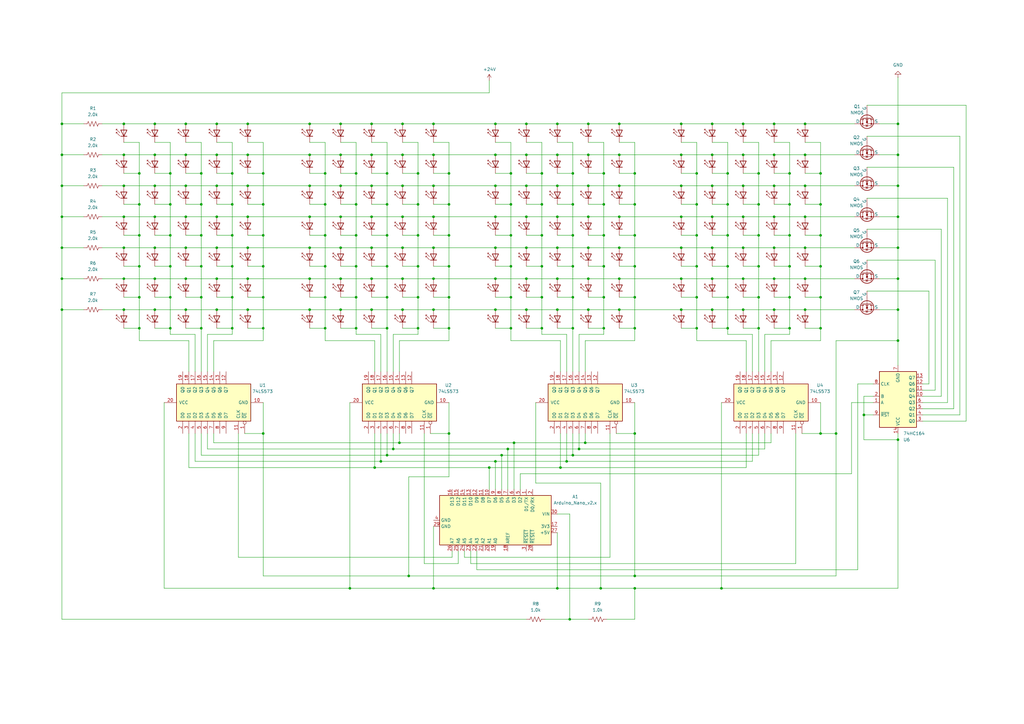
<source format=kicad_sch>
(kicad_sch (version 20231120) (generator "eeschema") (generator_version "8.0")
  (paper "A3")
  (junction (at 95.25 121.92))
  (junction (at 25.4 101.6))
  (junction (at 158.75 109.22))
  (junction (at 228.6 241.3))
  (junction (at 368.3 139.7))
  (junction (at 152.4 76.2))
  (junction (at 210.82 181.61))
  (junction (at 25.4 88.9))
  (junction (at 228.6 50.8))
  (junction (at 95.25 109.22))
  (junction (at 158.75 186.69))
  (junction (at 292.1 127))
  (junction (at 311.15 71.12))
  (junction (at 368.3 180.34))
  (junction (at 95.25 83.82))
  (junction (at 139.7 127))
  (junction (at 127 114.3))
  (junction (at 368.3 114.3))
  (junction (at 330.2 63.5))
  (junction (at 317.5 76.2))
  (junction (at 69.85 71.12))
  (junction (at 63.5 76.2))
  (junction (at 165.1 76.2))
  (junction (at 292.1 114.3))
  (junction (at 171.45 96.52))
  (junction (at 203.2 114.3))
  (junction (at 260.35 83.82))
  (junction (at 260.35 121.92))
  (junction (at 232.41 189.23))
  (junction (at 254 127))
  (junction (at 139.7 76.2))
  (junction (at 133.35 83.82))
  (junction (at 222.25 96.52))
  (junction (at 241.3 88.9))
  (junction (at 234.95 96.52))
  (junction (at 133.35 134.62))
  (junction (at 203.2 76.2))
  (junction (at 158.75 71.12))
  (junction (at 222.25 109.22))
  (junction (at 254 114.3))
  (junction (at 69.85 134.62))
  (junction (at 323.85 96.52))
  (junction (at 146.05 71.12))
  (junction (at 368.3 101.6))
  (junction (at 165.1 50.8))
  (junction (at 209.55 134.62))
  (junction (at 368.3 63.5))
  (junction (at 215.9 63.5))
  (junction (at 209.55 121.92))
  (junction (at 177.8 88.9))
  (junction (at 69.85 96.52))
  (junction (at 317.5 127))
  (junction (at 330.2 76.2))
  (junction (at 82.55 134.62))
  (junction (at 205.74 186.69))
  (junction (at 247.65 96.52))
  (junction (at 184.15 121.92))
  (junction (at 304.8 50.8))
  (junction (at 25.4 127))
  (junction (at 208.28 184.15))
  (junction (at 88.9 50.8))
  (junction (at 240.03 181.61))
  (junction (at 158.75 121.92))
  (junction (at 336.55 177.8))
  (junction (at 241.3 63.5))
  (junction (at 25.4 63.5))
  (junction (at 50.8 88.9))
  (junction (at 57.15 96.52))
  (junction (at 241.3 127))
  (junction (at 69.85 121.92))
  (junction (at 317.5 114.3))
  (junction (at 184.15 177.8))
  (junction (at 203.2 63.5))
  (junction (at 101.6 101.6))
  (junction (at 57.15 121.92))
  (junction (at 184.15 71.12))
  (junction (at 177.8 127))
  (junction (at 311.15 121.92))
  (junction (at 234.95 186.69))
  (junction (at 50.8 101.6))
  (junction (at 127 88.9))
  (junction (at 336.55 96.52))
  (junction (at 76.2 88.9))
  (junction (at 228.6 101.6))
  (junction (at 215.9 101.6))
  (junction (at 63.5 88.9))
  (junction (at 229.87 191.77))
  (junction (at 304.8 63.5))
  (junction (at 311.15 83.82))
  (junction (at 241.3 101.6))
  (junction (at 101.6 114.3))
  (junction (at 163.83 181.61))
  (junction (at 260.35 96.52))
  (junction (at 279.4 114.3))
  (junction (at 285.75 109.22))
  (junction (at 165.1 127))
  (junction (at 246.38 241.3))
  (junction (at 234.95 71.12))
  (junction (at 260.35 109.22))
  (junction (at 25.4 50.8))
  (junction (at 146.05 134.62))
  (junction (at 368.3 76.2))
  (junction (at 317.5 101.6))
  (junction (at 292.1 76.2))
  (junction (at 57.15 109.22))
  (junction (at 95.25 71.12))
  (junction (at 101.6 50.8))
  (junction (at 165.1 63.5))
  (junction (at 304.8 127))
  (junction (at 50.8 50.8))
  (junction (at 76.2 114.3))
  (junction (at 82.55 109.22))
  (junction (at 323.85 121.92))
  (junction (at 304.8 88.9))
  (junction (at 241.3 50.8))
  (junction (at 304.8 114.3))
  (junction (at 222.25 134.62))
  (junction (at 158.75 134.62))
  (junction (at 57.15 134.62))
  (junction (at 234.95 134.62))
  (junction (at 222.25 121.92))
  (junction (at 25.4 76.2))
  (junction (at 203.2 189.23))
  (junction (at 336.55 134.62))
  (junction (at 228.6 63.5))
  (junction (at 177.8 50.8))
  (junction (at 50.8 114.3))
  (junction (at 76.2 101.6))
  (junction (at 133.35 96.52))
  (junction (at 139.7 114.3))
  (junction (at 311.15 134.62))
  (junction (at 184.15 83.82))
  (junction (at 139.7 88.9))
  (junction (at 76.2 127))
  (junction (at 298.45 71.12))
  (junction (at 76.2 63.5))
  (junction (at 184.15 96.52))
  (junction (at 139.7 101.6))
  (junction (at 247.65 134.62))
  (junction (at 184.15 134.62))
  (junction (at 254 63.5))
  (junction (at 82.55 83.82))
  (junction (at 88.9 114.3))
  (junction (at 76.2 76.2))
  (junction (at 215.9 50.8))
  (junction (at 330.2 101.6))
  (junction (at 298.45 83.82))
  (junction (at 203.2 50.8))
  (junction (at 50.8 63.5))
  (junction (at 107.95 109.22))
  (junction (at 88.9 88.9))
  (junction (at 107.95 96.52))
  (junction (at 209.55 71.12))
  (junction (at 177.8 101.6))
  (junction (at 260.35 241.3))
  (junction (at 88.9 76.2))
  (junction (at 336.55 109.22))
  (junction (at 298.45 109.22))
  (junction (at 152.4 127))
  (junction (at 107.95 71.12))
  (junction (at 184.15 109.22))
  (junction (at 330.2 50.8))
  (junction (at 171.45 71.12))
  (junction (at 57.15 71.12))
  (junction (at 279.4 50.8))
  (junction (at 57.15 83.82))
  (junction (at 311.15 109.22))
  (junction (at 95.25 96.52))
  (junction (at 285.75 96.52))
  (junction (at 368.3 50.8))
  (junction (at 292.1 63.5))
  (junction (at 254 101.6))
  (junction (at 69.85 109.22))
  (junction (at 82.55 71.12))
  (junction (at 127 101.6))
  (junction (at 228.6 127))
  (junction (at 146.05 109.22))
  (junction (at 260.35 177.8))
  (junction (at 295.91 241.3))
  (junction (at 107.95 177.8))
  (junction (at 228.6 114.3))
  (junction (at 139.7 63.5))
  (junction (at 177.8 114.3))
  (junction (at 317.5 50.8))
  (junction (at 63.5 114.3))
  (junction (at 215.9 88.9))
  (junction (at 222.25 71.12))
  (junction (at 152.4 101.6))
  (junction (at 317.5 88.9))
  (junction (at 127 50.8))
  (junction (at 342.9 177.8))
  (junction (at 146.05 96.52))
  (junction (at 215.9 127))
  (junction (at 133.35 71.12))
  (junction (at 146.05 121.92))
  (junction (at 63.5 50.8))
  (junction (at 88.9 101.6))
  (junction (at 323.85 134.62))
  (junction (at 285.75 121.92))
  (junction (at 101.6 76.2))
  (junction (at 63.5 101.6))
  (junction (at 247.65 109.22))
  (junction (at 50.8 127))
  (junction (at 336.55 71.12))
  (junction (at 101.6 88.9))
  (junction (at 254 88.9))
  (junction (at 88.9 127))
  (junction (at 171.45 83.82))
  (junction (at 228.6 88.9))
  (junction (at 247.65 71.12))
  (junction (at 177.8 76.2))
  (junction (at 304.8 101.6))
  (junction (at 158.75 96.52))
  (junction (at 82.55 121.92))
  (junction (at 215.9 76.2))
  (junction (at 336.55 121.92))
  (junction (at 101.6 63.5))
  (junction (at 285.75 134.62))
  (junction (at 241.3 114.3))
  (junction (at 279.4 88.9))
  (junction (at 143.51 241.3))
  (junction (at 317.5 63.5))
  (junction (at 63.5 127))
  (junction (at 161.29 184.15))
  (junction (at 323.85 71.12))
  (junction (at 156.21 189.23))
  (junction (at 368.3 88.9))
  (junction (at 279.4 63.5))
  (junction (at 69.85 83.82))
  (junction (at 209.55 96.52))
  (junction (at 247.65 83.82))
  (junction (at 292.1 88.9))
  (junction (at 354.33 170.18))
  (junction (at 139.7 50.8))
  (junction (at 177.8 241.3))
  (junction (at 292.1 50.8))
  (junction (at 203.2 127))
  (junction (at 88.9 63.5))
  (junction (at 304.8 76.2))
  (junction (at 171.45 109.22))
  (junction (at 260.35 134.62))
  (junction (at 233.68 254))
  (junction (at 76.2 50.8))
  (junction (at 200.66 191.77))
  (junction (at 177.8 63.5))
  (junction (at 209.55 109.22))
  (junction (at 82.55 96.52))
  (junction (at 203.2 88.9))
  (junction (at 203.2 101.6))
  (junction (at 241.3 76.2))
  (junction (at 215.9 114.3))
  (junction (at 152.4 88.9))
  (junction (at 133.35 109.22))
  (junction (at 279.4 101.6))
  (junction (at 127 63.5))
  (junction (at 285.75 71.12))
  (junction (at 146.05 83.82))
  (junction (at 167.64 236.22))
  (junction (at 368.3 127))
  (junction (at 63.5 63.5))
  (junction (at 95.25 134.62))
  (junction (at 330.2 114.3))
  (junction (at 237.49 184.15))
  (junction (at 234.95 109.22))
  (junction (at 323.85 109.22))
  (junction (at 330.2 127))
  (junction (at 165.1 88.9))
  (junction (at 209.55 83.82))
  (junction (at 171.45 134.62))
  (junction (at 247.65 121.92))
  (junction (at 222.25 83.82))
  (junction (at 228.6 76.2))
  (junction (at 101.6 127))
  (junction (at 254 50.8))
  (junction (at 260.35 71.12))
  (junction (at 234.95 83.82))
  (junction (at 107.95 121.92))
  (junction (at 152.4 114.3))
  (junction (at 279.4 127))
  (junction (at 298.45 134.62))
  (junction (at 285.75 83.82))
  (junction (at 133.35 121.92))
  (junction (at 279.4 76.2))
  (junction (at 127 76.2))
  (junction (at 171.45 121.92))
  (junction (at 152.4 50.8))
  (junction (at 311.15 96.52))
  (junction (at 298.45 96.52))
  (junction (at 298.45 121.92))
  (junction (at 152.4 63.5))
  (junction (at 165.1 101.6))
  (junction (at 158.75 83.82))
  (junction (at 292.1 101.6))
  (junction (at 336.55 83.82))
  (junction (at 330.2 88.9))
  (junction (at 254 76.2))
  (junction (at 25.4 114.3))
  (junction (at 323.85 83.82))
  (junction (at 127 127))
  (junction (at 107.95 134.62))
  (junction (at 260.35 236.22))
  (junction (at 153.67 191.77))
  (junction (at 165.1 114.3))
  (junction (at 50.8 76.2))
  (junction (at 234.95 121.92))
  (junction (at 107.95 83.82))
  (wire (pts (xy 127 76.2) (xy 139.7 76.2)))
  (wire (pts (xy 240.03 139.7) (xy 260.35 139.7)))
  (wire (pts (xy 292.1 101.6) (xy 304.8 101.6)))
  (wire (pts (xy 82.55 58.42) (xy 82.55 71.12)))
  (wire (pts (xy 156.21 177.8) (xy 156.21 189.23)))
  (wire (pts (xy 215.9 96.52) (xy 222.25 96.52)))
  (wire (pts (xy 279.4 127) (xy 292.1 127)))
  (wire (pts (xy 25.4 101.6) (xy 34.29 101.6)))
  (wire (pts (xy 139.7 71.12) (xy 146.05 71.12)))
  (wire (pts (xy 95.25 109.22) (xy 95.25 121.92)))
  (wire (pts (xy 101.6 127) (xy 127 127)))
  (wire (pts (xy 260.35 177.8) (xy 260.35 236.22)))
  (wire (pts (xy 247.65 134.62) (xy 241.3 134.62)))
  (wire (pts (xy 308.61 189.23) (xy 232.41 189.23)))
  (wire (pts (xy 76.2 88.9) (xy 88.9 88.9)))
  (wire (pts (xy 317.5 83.82) (xy 323.85 83.82)))
  (wire (pts (xy 215.9 254) (xy 25.4 254)))
  (wire (pts (xy 317.5 127) (xy 330.2 127)))
  (wire (pts (xy 336.55 134.62) (xy 330.2 134.62)))
  (wire (pts (xy 133.35 134.62) (xy 127 134.62)))
  (wire (pts (xy 203.2 63.5) (xy 215.9 63.5)))
  (wire (pts (xy 50.8 83.82) (xy 57.15 83.82)))
  (wire (pts (xy 215.9 76.2) (xy 228.6 76.2)))
  (wire (pts (xy 63.5 109.22) (xy 69.85 109.22)))
  (wire (pts (xy 304.8 96.52) (xy 311.15 96.52)))
  (wire (pts (xy 50.8 127) (xy 63.5 127)))
  (wire (pts (xy 213.36 200.66) (xy 213.36 194.31)))
  (wire (pts (xy 185.42 228.6) (xy 185.42 226.06)))
  (wire (pts (xy 349.25 165.1) (xy 358.14 165.1)))
  (wire (pts (xy 228.6 210.82) (xy 233.68 210.82)))
  (wire (pts (xy 279.4 63.5) (xy 292.1 63.5)))
  (wire (pts (xy 368.3 127) (xy 368.3 114.3)))
  (wire (pts (xy 360.68 76.2) (xy 368.3 76.2)))
  (wire (pts (xy 260.35 96.52) (xy 260.35 109.22)))
  (wire (pts (xy 254 83.82) (xy 260.35 83.82)))
  (wire (pts (xy 85.09 177.8) (xy 85.09 184.15)))
  (wire (pts (xy 381 157.48) (xy 378.46 157.48)))
  (wire (pts (xy 279.4 109.22) (xy 285.75 109.22)))
  (wire (pts (xy 77.47 191.77) (xy 153.67 191.77)))
  (wire (pts (xy 152.4 114.3) (xy 165.1 114.3)))
  (wire (pts (xy 41.91 88.9) (xy 50.8 88.9)))
  (wire (pts (xy 209.55 58.42) (xy 209.55 71.12)))
  (wire (pts (xy 63.5 88.9) (xy 76.2 88.9)))
  (wire (pts (xy 173.99 231.14) (xy 187.96 231.14)))
  (wire (pts (xy 330.2 58.42) (xy 336.55 58.42)))
  (wire (pts (xy 41.91 101.6) (xy 50.8 101.6)))
  (wire (pts (xy 95.25 121.92) (xy 95.25 134.62)))
  (wire (pts (xy 368.3 177.8) (xy 368.3 180.34)))
  (wire (pts (xy 156.21 137.16) (xy 156.21 152.4)))
  (wire (pts (xy 247.65 96.52) (xy 247.65 109.22)))
  (wire (pts (xy 50.8 63.5) (xy 63.5 63.5)))
  (wire (pts (xy 57.15 134.62) (xy 57.15 139.7)))
  (wire (pts (xy 171.45 96.52) (xy 171.45 109.22)))
  (wire (pts (xy 25.4 127) (xy 25.4 114.3)))
  (wire (pts (xy 317.5 50.8) (xy 330.2 50.8)))
  (wire (pts (xy 101.6 121.92) (xy 107.95 121.92)))
  (wire (pts (xy 25.4 76.2) (xy 25.4 63.5)))
  (wire (pts (xy 195.58 233.68) (xy 351.79 233.68)))
  (wire (pts (xy 323.85 137.16) (xy 323.85 134.62)))
  (wire (pts (xy 146.05 83.82) (xy 146.05 96.52)))
  (wire (pts (xy 240.03 177.8) (xy 240.03 181.61)))
  (wire (pts (xy 232.41 189.23) (xy 203.2 189.23)))
  (wire (pts (xy 292.1 88.9) (xy 304.8 88.9)))
  (wire (pts (xy 50.8 121.92) (xy 57.15 121.92)))
  (wire (pts (xy 87.63 177.8) (xy 87.63 181.61)))
  (wire (pts (xy 330.2 88.9) (xy 350.52 88.9)))
  (wire (pts (xy 50.8 88.9) (xy 63.5 88.9)))
  (wire (pts (xy 215.9 121.92) (xy 222.25 121.92)))
  (wire (pts (xy 177.8 121.92) (xy 184.15 121.92)))
  (wire (pts (xy 107.95 83.82) (xy 107.95 96.52)))
  (wire (pts (xy 215.9 101.6) (xy 228.6 101.6)))
  (wire (pts (xy 330.2 96.52) (xy 336.55 96.52)))
  (wire (pts (xy 165.1 96.52) (xy 171.45 96.52)))
  (wire (pts (xy 260.35 109.22) (xy 260.35 121.92)))
  (wire (pts (xy 165.1 63.5) (xy 177.8 63.5)))
  (wire (pts (xy 41.91 76.2) (xy 50.8 76.2)))
  (wire (pts (xy 107.95 71.12) (xy 107.95 83.82)))
  (wire (pts (xy 360.68 114.3) (xy 368.3 114.3)))
  (wire (pts (xy 87.63 152.4) (xy 87.63 139.7)))
  (wire (pts (xy 254 71.12) (xy 260.35 71.12)))
  (wire (pts (xy 158.75 121.92) (xy 158.75 134.62)))
  (wire (pts (xy 336.55 58.42) (xy 336.55 71.12)))
  (wire (pts (xy 298.45 96.52) (xy 298.45 109.22)))
  (wire (pts (xy 246.38 241.3) (xy 260.35 241.3)))
  (wire (pts (xy 69.85 58.42) (xy 69.85 71.12)))
  (wire (pts (xy 77.47 139.7) (xy 77.47 152.4)))
  (wire (pts (xy 127 109.22) (xy 133.35 109.22)))
  (wire (pts (xy 139.7 121.92) (xy 146.05 121.92)))
  (wire (pts (xy 250.19 228.6) (xy 190.5 228.6)))
  (wire (pts (xy 165.1 121.92) (xy 171.45 121.92)))
  (wire (pts (xy 133.35 71.12) (xy 133.35 83.82)))
  (wire (pts (xy 88.9 58.42) (xy 95.25 58.42)))
  (wire (pts (xy 260.35 83.82) (xy 260.35 96.52)))
  (wire (pts (xy 285.75 71.12) (xy 285.75 83.82)))
  (wire (pts (xy 209.55 134.62) (xy 203.2 134.62)))
  (wire (pts (xy 285.75 96.52) (xy 285.75 109.22)))
  (wire (pts (xy 41.91 63.5) (xy 50.8 63.5)))
  (wire (pts (xy 219.71 198.12) (xy 246.38 198.12)))
  (wire (pts (xy 203.2 96.52) (xy 209.55 96.52)))
  (wire (pts (xy 215.9 109.22) (xy 222.25 109.22)))
  (wire (pts (xy 146.05 121.92) (xy 146.05 134.62)))
  (wire (pts (xy 298.45 58.42) (xy 298.45 71.12)))
  (wire (pts (xy 304.8 114.3) (xy 317.5 114.3)))
  (wire (pts (xy 69.85 134.62) (xy 63.5 134.62)))
  (wire (pts (xy 187.96 231.14) (xy 187.96 226.06)))
  (wire (pts (xy 215.9 58.42) (xy 222.25 58.42)))
  (wire (pts (xy 304.8 101.6) (xy 317.5 101.6)))
  (wire (pts (xy 76.2 71.12) (xy 82.55 71.12)))
  (wire (pts (xy 88.9 121.92) (xy 95.25 121.92)))
  (wire (pts (xy 25.4 88.9) (xy 34.29 88.9)))
  (wire (pts (xy 368.3 31.75) (xy 368.3 50.8)))
  (wire (pts (xy 163.83 152.4) (xy 163.83 139.7)))
  (wire (pts (xy 355.6 81.28) (xy 388.62 81.28)))
  (wire (pts (xy 63.5 101.6) (xy 76.2 101.6)))
  (wire (pts (xy 237.49 137.16) (xy 247.65 137.16)))
  (wire (pts (xy 228.6 96.52) (xy 234.95 96.52)))
  (wire (pts (xy 241.3 88.9) (xy 254 88.9)))
  (wire (pts (xy 177.8 215.9) (xy 177.8 241.3)))
  (wire (pts (xy 396.24 43.18) (xy 396.24 172.72)))
  (wire (pts (xy 158.75 134.62) (xy 152.4 134.62)))
  (wire (pts (xy 228.6 114.3) (xy 241.3 114.3)))
  (wire (pts (xy 247.65 83.82) (xy 247.65 96.52)))
  (wire (pts (xy 252.73 177.8) (xy 260.35 177.8)))
  (wire (pts (xy 107.95 177.8) (xy 107.95 236.22)))
  (wire (pts (xy 85.09 152.4) (xy 85.09 137.16)))
  (wire (pts (xy 228.6 50.8) (xy 241.3 50.8)))
  (wire (pts (xy 165.1 109.22) (xy 171.45 109.22)))
  (wire (pts (xy 311.15 71.12) (xy 311.15 83.82)))
  (wire (pts (xy 311.15 109.22) (xy 311.15 121.92)))
  (wire (pts (xy 177.8 83.82) (xy 184.15 83.82)))
  (wire (pts (xy 203.2 101.6) (xy 215.9 101.6)))
  (wire (pts (xy 143.51 241.3) (xy 177.8 241.3)))
  (wire (pts (xy 107.95 109.22) (xy 107.95 121.92)))
  (wire (pts (xy 241.3 127) (xy 254 127)))
  (wire (pts (xy 313.69 177.8) (xy 313.69 184.15)))
  (wire (pts (xy 143.51 165.1) (xy 143.51 241.3)))
  (wire (pts (xy 209.55 139.7) (xy 229.87 139.7)))
  (wire (pts (xy 311.15 177.8) (xy 311.15 186.69)))
  (wire (pts (xy 228.6 121.92) (xy 234.95 121.92)))
  (wire (pts (xy 163.83 139.7) (xy 184.15 139.7)))
  (wire (pts (xy 69.85 109.22) (xy 69.85 121.92)))
  (wire (pts (xy 354.33 180.34) (xy 368.3 180.34)))
  (wire (pts (xy 260.35 236.22) (xy 342.9 236.22)))
  (wire (pts (xy 323.85 58.42) (xy 323.85 71.12)))
  (wire (pts (xy 254 58.42) (xy 260.35 58.42)))
  (wire (pts (xy 69.85 121.92) (xy 69.85 134.62)))
  (wire (pts (xy 139.7 63.5) (xy 152.4 63.5)))
  (wire (pts (xy 292.1 50.8) (xy 304.8 50.8)))
  (wire (pts (xy 292.1 58.42) (xy 298.45 58.42)))
  (wire (pts (xy 25.4 38.1) (xy 200.66 38.1)))
  (wire (pts (xy 317.5 96.52) (xy 323.85 96.52)))
  (wire (pts (xy 139.7 96.52) (xy 146.05 96.52)))
  (wire (pts (xy 342.9 139.7) (xy 342.9 177.8)))
  (wire (pts (xy 165.1 83.82) (xy 171.45 83.82)))
  (wire (pts (xy 184.15 134.62) (xy 177.8 134.62)))
  (wire (pts (xy 25.4 254) (xy 25.4 127)))
  (wire (pts (xy 76.2 50.8) (xy 88.9 50.8)))
  (wire (pts (xy 107.95 165.1) (xy 107.95 177.8)))
  (wire (pts (xy 165.1 50.8) (xy 177.8 50.8)))
  (wire (pts (xy 95.25 83.82) (xy 95.25 96.52)))
  (wire (pts (xy 349.25 194.31) (xy 349.25 165.1)))
  (wire (pts (xy 177.8 127) (xy 203.2 127)))
  (wire (pts (xy 67.31 165.1) (xy 67.31 241.3)))
  (wire (pts (xy 107.95 236.22) (xy 167.64 236.22)))
  (wire (pts (xy 213.36 194.31) (xy 349.25 194.31)))
  (wire (pts (xy 317.5 109.22) (xy 323.85 109.22)))
  (wire (pts (xy 158.75 83.82) (xy 158.75 96.52)))
  (wire (pts (xy 279.4 101.6) (xy 292.1 101.6)))
  (wire (pts (xy 279.4 96.52) (xy 285.75 96.52)))
  (wire (pts (xy 260.35 254) (xy 260.35 241.3)))
  (wire (pts (xy 133.35 134.62) (xy 133.35 139.7)))
  (wire (pts (xy 279.4 58.42) (xy 285.75 58.42)))
  (wire (pts (xy 215.9 71.12) (xy 222.25 71.12)))
  (wire (pts (xy 152.4 88.9) (xy 165.1 88.9)))
  (wire (pts (xy 234.95 134.62) (xy 234.95 152.4)))
  (wire (pts (xy 368.3 76.2) (xy 368.3 63.5)))
  (wire (pts (xy 215.9 88.9) (xy 228.6 88.9)))
  (wire (pts (xy 25.4 38.1) (xy 25.4 50.8)))
  (wire (pts (xy 152.4 76.2) (xy 165.1 76.2)))
  (wire (pts (xy 368.3 101.6) (xy 368.3 88.9)))
  (wire (pts (xy 241.3 96.52) (xy 247.65 96.52)))
  (wire (pts (xy 167.64 236.22) (xy 260.35 236.22)))
  (wire (pts (xy 368.3 114.3) (xy 368.3 101.6)))
  (wire (pts (xy 234.95 58.42) (xy 234.95 71.12)))
  (wire (pts (xy 76.2 101.6) (xy 88.9 101.6)))
  (wire (pts (xy 63.5 50.8) (xy 76.2 50.8)))
  (wire (pts (xy 57.15 139.7) (xy 77.47 139.7)))
  (wire (pts (xy 133.35 96.52) (xy 133.35 109.22)))
  (wire (pts (xy 107.95 134.62) (xy 101.6 134.62)))
  (wire (pts (xy 383.54 106.68) (xy 383.54 160.02)))
  (wire (pts (xy 260.35 121.92) (xy 260.35 134.62)))
  (wire (pts (xy 88.9 63.5) (xy 101.6 63.5)))
  (wire (pts (xy 311.15 186.69) (xy 234.95 186.69)))
  (wire (pts (xy 306.07 139.7) (xy 306.07 152.4)))
  (wire (pts (xy 233.68 254) (xy 241.3 254)))
  (wire (pts (xy 63.5 63.5) (xy 76.2 63.5)))
  (wire (pts (xy 127 101.6) (xy 139.7 101.6)))
  (wire (pts (xy 222.25 137.16) (xy 232.41 137.16)))
  (wire (pts (xy 203.2 189.23) (xy 203.2 200.66)))
  (wire (pts (xy 50.8 76.2) (xy 63.5 76.2)))
  (wire (pts (xy 313.69 152.4) (xy 313.69 137.16)))
  (wire (pts (xy 88.9 109.22) (xy 95.25 109.22)))
  (wire (pts (xy 88.9 114.3) (xy 101.6 114.3)))
  (wire (pts (xy 298.45 71.12) (xy 298.45 83.82)))
  (wire (pts (xy 88.9 50.8) (xy 101.6 50.8)))
  (wire (pts (xy 133.35 121.92) (xy 133.35 134.62)))
  (wire (pts (xy 82.55 121.92) (xy 82.55 134.62)))
  (wire (pts (xy 158.75 58.42) (xy 158.75 71.12)))
  (wire (pts (xy 234.95 121.92) (xy 234.95 134.62)))
  (wire (pts (xy 215.9 114.3) (xy 228.6 114.3)))
  (wire (pts (xy 298.45 134.62) (xy 298.45 137.16)))
  (wire (pts (xy 82.55 83.82) (xy 82.55 96.52)))
  (wire (pts (xy 82.55 109.22) (xy 82.55 121.92)))
  (wire (pts (xy 101.6 76.2) (xy 127 76.2)))
  (wire (pts (xy 101.6 83.82) (xy 107.95 83.82)))
  (wire (pts (xy 165.1 127) (xy 177.8 127)))
  (wire (pts (xy 146.05 137.16) (xy 156.21 137.16)))
  (wire (pts (xy 171.45 137.16) (xy 171.45 134.62)))
  (wire (pts (xy 88.9 96.52) (xy 95.25 96.52)))
  (wire (pts (xy 254 109.22) (xy 260.35 109.22)))
  (wire (pts (xy 292.1 114.3) (xy 304.8 114.3)))
  (wire (pts (xy 88.9 76.2) (xy 101.6 76.2)))
  (wire (pts (xy 248.92 254) (xy 260.35 254)))
  (wire (pts (xy 50.8 114.3) (xy 63.5 114.3)))
  (wire (pts (xy 234.95 83.82) (xy 234.95 96.52)))
  (wire (pts (xy 241.3 109.22) (xy 247.65 109.22)))
  (wire (pts (xy 330.2 63.5) (xy 350.52 63.5)))
  (wire (pts (xy 304.8 76.2) (xy 317.5 76.2)))
  (wire (pts (xy 247.65 137.16) (xy 247.65 134.62)))
  (wire (pts (xy 304.8 63.5) (xy 317.5 63.5)))
  (wire (pts (xy 228.6 127) (xy 241.3 127)))
  (wire (pts (xy 323.85 96.52) (xy 323.85 109.22)))
  (wire (pts (xy 317.5 71.12) (xy 323.85 71.12)))
  (wire (pts (xy 101.6 58.42) (xy 107.95 58.42)))
  (wire (pts (xy 311.15 134.62) (xy 304.8 134.62)))
  (wire (pts (xy 326.39 231.14) (xy 193.04 231.14)))
  (wire (pts (xy 152.4 101.6) (xy 165.1 101.6)))
  (wire (pts (xy 133.35 109.22) (xy 133.35 121.92)))
  (wire (pts (xy 63.5 76.2) (xy 76.2 76.2)))
  (wire (pts (xy 260.35 139.7) (xy 260.35 134.62)))
  (wire (pts (xy 139.7 114.3) (xy 152.4 114.3)))
  (wire (pts (xy 222.25 96.52) (xy 222.25 109.22)))
  (wire (pts (xy 177.8 63.5) (xy 203.2 63.5)))
  (wire (pts (xy 95.25 137.16) (xy 95.25 134.62)))
  (wire (pts (xy 177.8 71.12) (xy 184.15 71.12)))
  (wire (pts (xy 228.6 101.6) (xy 241.3 101.6)))
  (wire (pts (xy 57.15 71.12) (xy 57.15 83.82)))
  (wire (pts (xy 234.95 177.8) (xy 234.95 186.69)))
  (wire (pts (xy 25.4 50.8) (xy 34.29 50.8)))
  (wire (pts (xy 34.29 127) (xy 25.4 127)))
  (wire (pts (xy 219.71 165.1) (xy 219.71 198.12)))
  (wire (pts (xy 76.2 109.22) (xy 82.55 109.22)))
  (wire (pts (xy 80.01 189.23) (xy 156.21 189.23)))
  (wire (pts (xy 80.01 137.16) (xy 80.01 152.4)))
  (wire (pts (xy 304.8 58.42) (xy 311.15 58.42)))
  (wire (pts (xy 279.4 88.9) (xy 292.1 88.9)))
  (wire (pts (xy 69.85 137.16) (xy 80.01 137.16)))
  (wire (pts (xy 161.29 177.8) (xy 161.29 184.15)))
  (wire (pts (xy 241.3 114.3) (xy 254 114.3)))
  (wire (pts (xy 156.21 189.23) (xy 203.2 189.23)))
  (wire (pts (xy 171.45 71.12) (xy 171.45 83.82)))
  (wire (pts (xy 177.8 76.2) (xy 203.2 76.2)))
  (wire (pts (xy 25.4 114.3) (xy 34.29 114.3)))
  (wire (pts (xy 63.5 114.3) (xy 76.2 114.3)))
  (wire (pts (xy 57.15 134.62) (xy 50.8 134.62)))
  (wire (pts (xy 171.45 83.82) (xy 171.45 96.52)))
  (wire (pts (xy 57.15 58.42) (xy 57.15 71.12)))
  (wire (pts (xy 241.3 63.5) (xy 254 63.5)))
  (wire (pts (xy 165.1 101.6) (xy 177.8 101.6)))
  (wire (pts (xy 184.15 83.82) (xy 184.15 96.52)))
  (wire (pts (xy 209.55 134.62) (xy 209.55 139.7)))
  (wire (pts (xy 391.16 167.64) (xy 378.46 167.64)))
  (wire (pts (xy 237.49 152.4) (xy 237.49 137.16)))
  (wire (pts (xy 360.68 101.6) (xy 368.3 101.6)))
  (wire (pts (xy 127 88.9) (xy 139.7 88.9)))
  (wire (pts (xy 50.8 71.12) (xy 57.15 71.12)))
  (wire (pts (xy 176.53 177.8) (xy 184.15 177.8)))
  (wire (pts (xy 285.75 58.42) (xy 285.75 71.12)))
  (wire (pts (xy 317.5 63.5) (xy 330.2 63.5)))
  (wire (pts (xy 311.15 83.82) (xy 311.15 96.52)))
  (wire (pts (xy 127 71.12) (xy 133.35 71.12)))
  (wire (pts (xy 69.85 96.52) (xy 69.85 109.22)))
  (wire (pts (xy 87.63 181.61) (xy 163.83 181.61)))
  (wire (pts (xy 279.4 50.8) (xy 292.1 50.8)))
  (wire (pts (xy 25.4 101.6) (xy 25.4 88.9)))
  (wire (pts (xy 260.35 177.8) (xy 260.35 165.1)))
  (wire (pts (xy 25.4 63.5) (xy 34.29 63.5)))
  (wire (pts (xy 285.75 83.82) (xy 285.75 96.52)))
  (wire (pts (xy 368.3 180.34) (xy 368.3 241.3)))
  (wire (pts (xy 386.08 162.56) (xy 378.46 162.56)))
  (wire (pts (xy 316.23 152.4) (xy 316.23 139.7)))
  (wire (pts (xy 246.38 198.12) (xy 246.38 241.3)))
  (wire (pts (xy 298.45 121.92) (xy 298.45 134.62)))
  (wire (pts (xy 223.52 254) (xy 233.68 254)))
  (wire (pts (xy 101.6 96.52) (xy 107.95 96.52)))
  (wire (pts (xy 330.2 121.92) (xy 336.55 121.92)))
  (wire (pts (xy 133.35 83.82) (xy 133.35 96.52)))
  (wire (pts (xy 254 50.8) (xy 279.4 50.8)))
  (wire (pts (xy 304.8 83.82) (xy 311.15 83.82)))
  (wire (pts (xy 127 50.8) (xy 139.7 50.8)))
  (wire (pts (xy 330.2 109.22) (xy 336.55 109.22)))
  (wire (pts (xy 77.47 177.8) (xy 77.47 191.77)))
  (wire (pts (xy 298.45 83.82) (xy 298.45 96.52)))
  (wire (pts (xy 146.05 96.52) (xy 146.05 109.22)))
  (wire (pts (xy 351.79 233.68) (xy 351.79 157.48)))
  (wire (pts (xy 101.6 63.5) (xy 127 63.5)))
  (wire (pts (xy 308.61 137.16) (xy 308.61 152.4)))
  (wire (pts (xy 205.74 186.69) (xy 205.74 200.66)))
  (wire (pts (xy 69.85 134.62) (xy 69.85 137.16)))
  (wire (pts (xy 127 96.52) (xy 133.35 96.52)))
  (wire (pts (xy 41.91 50.8) (xy 50.8 50.8)))
  (wire (pts (xy 304.8 109.22) (xy 311.15 109.22)))
  (wire (pts (xy 152.4 63.5) (xy 165.1 63.5)))
  (wire (pts (xy 308.61 177.8) (xy 308.61 189.23)))
  (wire (pts (xy 229.87 177.8) (xy 229.87 191.77)))
  (wire (pts (xy 57.15 83.82) (xy 57.15 96.52)))
  (wire (pts (xy 354.33 170.18) (xy 354.33 180.34)))
  (wire (pts (xy 153.67 191.77) (xy 200.66 191.77)))
  (wire (pts (xy 82.55 71.12) (xy 82.55 83.82)))
  (wire (pts (xy 209.55 71.12) (xy 209.55 83.82)))
  (wire (pts (xy 317.5 58.42) (xy 323.85 58.42)))
  (wire (pts (xy 139.7 101.6) (xy 152.4 101.6)))
  (wire (pts (xy 304.8 71.12) (xy 311.15 71.12)))
  (wire (pts (xy 298.45 109.22) (xy 298.45 121.92)))
  (wire (pts (xy 360.68 63.5) (xy 368.3 63.5)))
  (wire (pts (xy 200.66 33.02) (xy 200.66 38.1)))
  (wire (pts (xy 285.75 109.22) (xy 285.75 121.92)))
  (wire (pts (xy 177.8 50.8) (xy 203.2 50.8)))
  (wire (pts (xy 67.31 241.3) (xy 143.51 241.3)))
  (wire (pts (xy 285.75 139.7) (xy 306.07 139.7)))
  (wire (pts (xy 82.55 134.62) (xy 76.2 134.62)))
  (wire (pts (xy 25.4 76.2) (xy 34.29 76.2)))
  (wire (pts (xy 317.5 101.6) (xy 330.2 101.6)))
  (wire (pts (xy 285.75 121.92) (xy 285.75 134.62)))
  (wire (pts (xy 171.45 109.22) (xy 171.45 121.92)))
  (wire (pts (xy 177.8 101.6) (xy 203.2 101.6)))
  (wire (pts (xy 254 127) (xy 279.4 127)))
  (wire (pts (xy 241.3 83.82) (xy 247.65 83.82)))
  (wire (pts (xy 139.7 50.8) (xy 152.4 50.8)))
  (wire (pts (xy 25.4 63.5) (xy 25.4 50.8)))
  (wire (pts (xy 336.55 109.22) (xy 336.55 121.92)))
  (wire (pts (xy 25.4 114.3) (xy 25.4 101.6)))
  (wire (pts (xy 222.25 71.12) (xy 222.25 83.82)))
  (wire (pts (xy 184.15 139.7) (xy 184.15 134.62)))
  (wire (pts (xy 184.15 109.22) (xy 184.15 121.92)))
  (wire (pts (xy 82.55 96.52) (xy 82.55 109.22)))
  (wire (pts (xy 254 114.3) (xy 279.4 114.3)))
  (wire (pts (xy 250.19 177.8) (xy 250.19 228.6)))
  (wire (pts (xy 342.9 139.7) (xy 368.3 139.7)))
  (wire (pts (xy 393.7 55.88) (xy 393.7 170.18)))
  (wire (pts (xy 101.6 114.3) (xy 127 114.3)))
  (wire (pts (xy 246.38 241.3) (xy 228.6 241.3)))
  (wire (pts (xy 254 76.2) (xy 279.4 76.2)))
  (wire (pts (xy 222.25 109.22) (xy 222.25 121.92)))
  (wire (pts (xy 323.85 121.92) (xy 323.85 134.62)))
  (wire (pts (xy 368.3 127) (xy 368.3 139.7)))
  (wire (pts (xy 360.68 127) (xy 368.3 127)))
  (wire (pts (xy 101.6 88.9) (xy 127 88.9)))
  (wire (pts (xy 177.8 58.42) (xy 184.15 58.42)))
  (wire (pts (xy 336.55 96.52) (xy 336.55 109.22)))
  (wire (pts (xy 292.1 109.22) (xy 298.45 109.22)))
  (wire (pts (xy 69.85 83.82) (xy 69.85 96.52)))
  (wire (pts (xy 292.1 83.82) (xy 298.45 83.82)))
  (wire (pts (xy 336.55 177.8) (xy 336.55 165.1)))
  (wire (pts (xy 101.6 109.22) (xy 107.95 109.22)))
  (wire (pts (xy 330.2 127) (xy 350.52 127)))
  (wire (pts (xy 355.6 43.18) (xy 396.24 43.18)))
  (wire (pts (xy 228.6 88.9) (xy 241.3 88.9)))
  (wire (pts (xy 107.95 139.7) (xy 107.95 134.62)))
  (wire (pts (xy 393.7 170.18) (xy 378.46 170.18)))
  (wire (pts (xy 336.55 139.7) (xy 336.55 134.62)))
  (wire (pts (xy 241.3 121.92) (xy 247.65 121.92)))
  (wire (pts (xy 260.35 58.42) (xy 260.35 71.12)))
  (wire (pts (xy 85.09 184.15) (xy 161.29 184.15)))
  (wire (pts (xy 330.2 71.12) (xy 336.55 71.12)))
  (wire (pts (xy 203.2 76.2) (xy 215.9 76.2)))
  (wire (pts (xy 85.09 137.16) (xy 95.25 137.16)))
  (wire (pts (xy 146.05 109.22) (xy 146.05 121.92)))
  (wire (pts (xy 63.5 127) (xy 76.2 127)))
  (wire (pts (xy 161.29 152.4) (xy 161.29 137.16)))
  (wire (pts (xy 101.6 50.8) (xy 127 50.8)))
  (wire (pts (xy 63.5 83.82) (xy 69.85 83.82)))
  (wire (pts (xy 184.15 96.52) (xy 184.15 109.22)))
  (wire (pts (xy 304.8 127) (xy 317.5 127)))
  (wire (pts (xy 127 121.92) (xy 133.35 121.92)))
  (wire (pts (xy 88.9 127) (xy 101.6 127)))
  (wire (pts (xy 360.68 50.8) (xy 368.3 50.8)))
  (wire (pts (xy 165.1 76.2) (xy 177.8 76.2)))
  (wire (pts (xy 354.33 162.56) (xy 354.33 170.18)))
  (wire (pts (xy 209.55 83.82) (xy 209.55 96.52)))
  (wire (pts (xy 355.6 119.38) (xy 381 119.38)))
  (wire (pts (xy 323.85 134.62) (xy 317.5 134.62)))
  (wire (pts (xy 330.2 114.3) (xy 350.52 114.3)))
  (wire (pts (xy 82.55 186.69) (xy 158.75 186.69)))
  (wire (pts (xy 152.4 50.8) (xy 165.1 50.8)))
  (wire (pts (xy 95.25 96.52) (xy 95.25 109.22)))
  (wire (pts (xy 234.95 186.69) (xy 205.74 186.69)))
  (wire (pts (xy 152.4 109.22) (xy 158.75 109.22)))
  (wire (pts (xy 254 96.52) (xy 260.35 96.52)))
  (wire (pts (xy 203.2 127) (xy 215.9 127)))
  (wire (pts (xy 50.8 58.42) (xy 57.15 58.42)))
  (wire (pts (xy 215.9 50.8) (xy 228.6 50.8)))
  (wire (pts (xy 195.58 226.06) (xy 195.58 233.68)))
  (wire (pts (xy 241.3 58.42) (xy 247.65 58.42)))
  (wire (pts (xy 153.67 139.7) (xy 153.67 152.4)))
  (wire (pts (xy 87.63 139.7) (xy 107.95 139.7)))
  (wire (pts (xy 234.95 134.62) (xy 228.6 134.62)))
  (wire (pts (xy 76.2 114.3) (xy 88.9 114.3)))
  (wire (pts (xy 146.05 134.62) (xy 146.05 137.16)))
  (wire (pts (xy 127 58.42) (xy 133.35 58.42)))
  (wire (pts (xy 351.79 157.48) (xy 358.14 157.48)))
  (wire (pts (xy 76.2 76.2) (xy 88.9 76.2)))
  (wire (pts (xy 354.33 170.18) (xy 358.14 170.18)))
  (wire (pts (xy 203.2 88.9) (xy 215.9 88.9)))
  (wire (pts (xy 304.8 88.9) (xy 317.5 88.9)))
  (wire (pts (xy 368.3 139.7) (xy 368.3 149.86)))
  (wire (pts (xy 323.85 109.22) (xy 323.85 121.92)))
  (wire (pts (xy 25.4 88.9) (xy 25.4 76.2)))
  (wire (pts (xy 76.2 96.52) (xy 82.55 96.52)))
  (wire (pts (xy 165.1 58.42) (xy 171.45 58.42)))
  (wire (pts (xy 139.7 83.82) (xy 146.05 83.82)))
  (wire (pts (xy 171.45 134.62) (xy 165.1 134.62)))
  (wire (pts (xy 260.35 241.3) (xy 295.91 241.3)))
  (wire (pts (xy 233.68 210.82) (xy 233.68 254)))
  (wire (pts (xy 76.2 121.92) (xy 82.55 121.92)))
  (wire (pts (xy 163.83 177.8) (xy 163.83 181.61)))
  (wire (pts (xy 161.29 137.16) (xy 171.45 137.16)))
  (wire (pts (xy 95.25 134.62) (xy 88.9 134.62)))
  (wire (pts (xy 152.4 58.42) (xy 158.75 58.42)))
  (wire (pts (xy 171.45 121.92) (xy 171.45 134.62)))
  (wire (pts (xy 76.2 58.42) (xy 82.55 58.42)))
  (wire (pts (xy 228.6 83.82) (xy 234.95 83.82)))
  (wire (pts (xy 306.07 191.77) (xy 229.87 191.77)))
  (wire (pts (xy 295.91 241.3) (xy 295.91 165.1)))
  (wire (pts (xy 95.25 71.12) (xy 95.25 83.82)))
  (wire (pts (xy 279.4 121.92) (xy 285.75 121.92)))
  (wire (pts (xy 391.16 68.58) (xy 391.16 167.64)))
  (wire (pts (xy 222.25 83.82) (xy 222.25 96.52)))
  (wire (pts (xy 210.82 181.61) (xy 210.82 200.66)))
  (wire (pts (xy 355.6 55.88) (xy 393.7 55.88)))
  (wire (pts (xy 317.5 76.2) (xy 330.2 76.2)))
  (wire (pts (xy 76.2 63.5) (xy 88.9 63.5)))
  (wire (pts (xy 165.1 71.12) (xy 171.45 71.12)))
  (wire (pts (xy 279.4 71.12) (xy 285.75 71.12)))
  (wire (pts (xy 152.4 127) (xy 165.1 127)))
  (wire (pts (xy 292.1 121.92) (xy 298.45 121.92)))
  (wire (pts (xy 304.8 50.8) (xy 317.5 50.8)))
  (wire (pts (xy 208.28 184.15) (xy 237.49 184.15)))
  (wire (pts (xy 285.75 134.62) (xy 285.75 139.7)))
  (wire (pts (xy 215.9 63.5) (xy 228.6 63.5)))
  (wire (pts (xy 292.1 76.2) (xy 304.8 76.2)))
  (wire (pts (xy 177.8 96.52) (xy 184.15 96.52)))
  (wire (pts (xy 158.75 177.8) (xy 158.75 186.69)))
  (wire (pts (xy 292.1 127) (xy 304.8 127)))
  (wire (pts (xy 228.6 241.3) (xy 228.6 218.44)))
  (wire (pts (xy 222.25 121.92) (xy 222.25 134.62)))
  (wire (pts (xy 232.41 137.16) (xy 232.41 152.4)))
  (wire (pts (xy 330.2 50.8) (xy 350.52 50.8)))
  (wire (pts (xy 133.35 139.7) (xy 153.67 139.7)))
  (wire (pts (xy 316.23 139.7) (xy 336.55 139.7)))
  (wire (pts (xy 107.95 121.92) (xy 107.95 134.62)))
  (wire (pts (xy 342.9 177.8) (xy 342.9 236.22)))
  (wire (pts (xy 342.9 177.8) (xy 336.55 177.8)))
  (wire (pts (xy 82.55 134.62) (xy 82.55 152.4)))
  (wire (pts (xy 165.1 88.9) (xy 177.8 88.9)))
  (wire (pts (xy 107.95 96.52) (xy 107.95 109.22)))
  (wire (pts (xy 336.55 121.92) (xy 336.55 134.62)))
  (wire (pts (xy 386.08 93.98) (xy 386.08 162.56)))
  (wire (pts (xy 203.2 121.92) (xy 209.55 121.92)))
  (wire (pts (xy 184.15 121.92) (xy 184.15 134.62)))
  (wire (pts (xy 234.95 109.22) (xy 234.95 121.92)))
  (wire (pts (xy 163.83 181.61) (xy 210.82 181.61)))
  (wire (pts (xy 153.67 177.8) (xy 153.67 191.77)))
  (wire (pts (xy 360.68 88.9) (xy 368.3 88.9)))
  (wire (pts (xy 313.69 137.16) (xy 323.85 137.16)))
  (wire (pts (xy 171.45 58.42) (xy 171.45 71.12)))
  (wire (pts (xy 240.03 181.61) (xy 210.82 181.61)))
  (wire (pts (xy 158.75 71.12) (xy 158.75 83.82)))
  (wire (pts (xy 133.35 58.42) (xy 133.35 71.12)))
  (wire (pts (xy 88.9 88.9) (xy 101.6 88.9)))
  (wire (pts (xy 215.9 127) (xy 228.6 127)))
  (wire (pts (xy 316.23 181.61) (xy 240.03 181.61)))
  (wire (pts (xy 317.5 121.92) (xy 323.85 121.92)))
  (wire (pts (xy 254 101.6) (xy 279.4 101.6)))
  (wire (pts (xy 63.5 121.92) (xy 69.85 121.92)))
  (wire (pts (xy 388.62 81.28) (xy 388.62 165.1)))
  (wire (pts (xy 88.9 101.6) (xy 101.6 101.6)))
  (wire (pts (xy 63.5 96.52) (xy 69.85 96.52)))
  (wire (pts (xy 209.55 109.22) (xy 209.55 121.92)))
  (wire (pts (xy 50.8 50.8) (xy 63.5 50.8)))
  (wire (pts (xy 396.24 172.72) (xy 378.46 172.72)))
  (wire (pts (xy 240.03 152.4) (xy 240.03 139.7)))
  (wire (pts (xy 146.05 58.42) (xy 146.05 71.12)))
  (wire (pts (xy 292.1 96.52) (xy 298.45 96.52)))
  (wire (pts (xy 241.3 50.8) (xy 254 50.8)))
  (wire (pts (xy 229.87 191.77) (xy 200.66 191.77)))
  (wire (pts (xy 177.8 88.9) (xy 203.2 88.9)))
  (wire (pts (xy 260.35 71.12) (xy 260.35 83.82)))
  (wire (pts (xy 184.15 195.58) (xy 167.64 195.58)))
  (wire (pts (xy 50.8 109.22) (xy 57.15 109.22)))
  (wire (pts (xy 158.75 109.22) (xy 158.75 121.92)))
  (wire (pts (xy 190.5 228.6) (xy 190.5 226.06)))
  (wire (pts (xy 247.65 121.92) (xy 247.65 134.62)))
  (wire (pts (xy 311.15 96.52) (xy 311.15 109.22)))
  (wire (pts (xy 222.25 58.42) (xy 222.25 71.12)))
  (wire (pts (xy 203.2 114.3) (xy 215.9 114.3)))
  (wire (pts (xy 237.49 184.15) (xy 313.69 184.15)))
  (wire (pts (xy 330.2 101.6) (xy 350.52 101.6)))
  (wire (pts (xy 381 119.38) (xy 381 157.48)))
  (wire (pts (xy 330.2 83.82) (xy 336.55 83.82)))
  (wire (pts (xy 80.01 177.8) (xy 80.01 189.23)))
  (wire (pts (xy 292.1 63.5) (xy 304.8 63.5)))
  (wire (pts (xy 57.15 96.52) (xy 57.15 109.22)))
  (wire (pts (xy 95.25 58.42) (xy 95.25 71.12)))
  (wire (pts (xy 97.79 177.8) (xy 97.79 228.6)))
  (wire (pts (xy 209.55 121.92) (xy 209.55 134.62)))
  (wire (pts (xy 101.6 71.12) (xy 107.95 71.12)))
  (wire (pts (xy 203.2 83.82) (xy 209.55 83.82)))
  (wire (pts (xy 323.85 83.82) (xy 323.85 96.52)))
  (wire (pts (xy 328.93 177.8) (xy 336.55 177.8)))
  (wire (pts (xy 152.4 83.82) (xy 158.75 83.82)))
  (wire (pts (xy 209.55 96.52) (xy 209.55 109.22)))
  (wire (pts (xy 208.28 184.15) (xy 208.28 200.66)))
  (wire (pts (xy 368.3 63.5) (xy 368.3 50.8)))
  (wire (pts (xy 152.4 96.52) (xy 158.75 96.52)))
  (wire (pts (xy 306.07 177.8) (xy 306.07 191.77)))
  (wire (pts (xy 57.15 109.22) (xy 57.15 121.92)))
  (wire (pts (xy 336.55 71.12) (xy 336.55 83.82)))
  (wire (pts (xy 76.2 83.82) (xy 82.55 83.82)))
  (wire (pts (xy 203.2 109.22) (xy 209.55 109.22)))
  (wire (pts (xy 279.4 76.2) (xy 292.1 76.2)))
  (wire (pts (xy 41.91 114.3) (xy 50.8 114.3)))
  (wire (pts (xy 215.9 83.82) (xy 222.25 83.82)))
  (wire (pts (xy 139.7 76.2) (xy 152.4 76.2)))
  (wire (pts (xy 355.6 93.98) (xy 386.08 93.98)))
  (wire (pts (xy 88.9 71.12) (xy 95.25 71.12)))
  (wire (pts (xy 107.95 58.42) (xy 107.95 71.12)))
  (wire (pts (xy 279.4 83.82) (xy 285.75 83.82)))
  (wire (pts (xy 279.4 114.3) (xy 292.1 114.3)))
  (wire (pts (xy 355.6 68.58) (xy 391.16 68.58)))
  (wire (pts (xy 184.15 58.42) (xy 184.15 71.12)))
  (wire (pts (xy 127 114.3) (xy 139.7 114.3)))
  (wire (pts (xy 139.7 58.42) (xy 146.05 58.42)))
  (wire (pts (xy 355.6 106.68) (xy 383.54 106.68)))
  (wire (pts (xy 203.2 58.42) (xy 209.55 58.42)))
  (wire (pts (xy 368.3 241.3) (xy 295.91 241.3)))
  (wire (pts (xy 82.55 177.8) (xy 82.55 186.69)))
  (wire (pts (xy 298.45 134.62) (xy 292.1 134.62)))
  (wire (pts (xy 97.79 228.6) (xy 185.42 228.6)))
  (wire (pts (xy 107.95 177.8) (xy 100.33 177.8)))
  (wire (pts (xy 292.1 71.12) (xy 298.45 71.12)))
  (wire (pts (xy 101.6 101.6) (xy 127 101.6)))
  (wire (pts (xy 50.8 96.52) (xy 57.15 96.52)))
  (wire (pts (xy 139.7 88.9) (xy 152.4 88.9)))
  (wire (pts (xy 152.4 121.92) (xy 158.75 121.92)))
  (wire (pts (xy 254 121.92) (xy 260.35 121.92)))
  (wire (pts (xy 247.65 58.42) (xy 247.65 71.12)))
  (wire (pts (xy 203.2 71.12) (xy 209.55 71.12)))
  (wire (pts (xy 304.8 121.92) (xy 311.15 121.92)))
  (wire (pts (xy 152.4 71.12) (xy 158.75 71.12)))
  (wire (pts (xy 50.8 101.6) (xy 63.5 101.6)))
  (wire (pts (xy 228.6 63.5) (xy 241.3 63.5)))
  (wire (pts (xy 146.05 134.62) (xy 139.7 134.62)))
  (wire (pts (xy 228.6 71.12) (xy 234.95 71.12)))
  (wire (pts (xy 184.15 177.8) (xy 184.15 195.58)))
  (wire (pts (xy 234.95 96.52) (xy 234.95 109.22)))
  (wire (pts (xy 161.29 184.15) (xy 208.28 184.15)))
  (wire (pts (xy 298.45 137.16) (xy 308.61 137.16)))
  (wire (pts (xy 241.3 71.12) (xy 247.65 71.12)))
  (wire (pts (xy 222.25 134.62) (xy 215.9 134.62)))
  (wire (pts (xy 222.25 134.62) (xy 222.25 137.16)))
  (wire (pts (xy 69.85 71.12) (xy 69.85 83.82)))
  (wire (pts (xy 241.3 101.6) (xy 254 101.6)))
  (wire (pts (xy 317.5 88.9) (xy 330.2 88.9)))
  (wire (pts (xy 139.7 127) (xy 152.4 127)))
  (wire (pts (xy 311.15 121.92) (xy 311.15 134.62)))
  (wire (pts (xy 311.15 58.42) (xy 311.15 71.12)))
  (wire (pts (xy 254 63.5) (xy 279.4 63.5)))
  (wire (pts (xy 260.35 134.62) (xy 254 134.62)))
  (wire (pts (xy 63.5 58.42) (xy 69.85 58.42)))
  (wire (pts (xy 76.2 127) (xy 88.9 127)))
  (wire (pts (xy 228.6 58.42) (xy 234.95 58.42)))
  (wire (pts (xy 173.99 177.8) (xy 173.99 231.14)))
  (wire (pts (xy 247.65 71.12) (xy 247.65 83.82)))
  (wire (pts (xy 184.15 177.8) (xy 184.15 165.1)))
  (wire (pts (xy 57.15 121.92) (xy 57.15 134.62)))
  (wire (pts (xy 237.49 177.8) (xy 237.49 184.15)))
  (wire (pts (xy 285.75 134.62) (xy 279.4 134.62)))
  (wire (pts (xy 177.8 109.22) (xy 184.15 109.22)))
  (wire (pts (xy 127 127) (xy 139.7 127)))
  (wire (pts (xy 63.5 71.12) (xy 69.85 71.12)))
  (wire (pts (xy 234.95 71.12) (xy 234.95 83.82)))
  (wire (pts (xy 241.3 76.2) (xy 254 76.2)))
  (wire (pts (xy 330.2 76.2) (xy 350.52 76.2)))
  (wire (pts (xy 228.6 76.2) (xy 241.3 76.2)))
  (wire (pts (xy 158.75 134.62) (xy 158.75 152.4)))
  (wire (pts (xy 311.15 134.62) (xy 311.15 152.4)))
  (wire (pts (xy 316.23 177.8) (xy 316.23 181.61)))
  (wire (pts (xy 203.2 50.8) (xy 215.9 50.8)))
  (wire (pts (xy 247.65 109.22) (xy 247.65 121.92)))
  (wire (pts (xy 167.64 195.58) (xy 167.64 236.22)))
  (wire (pts (xy 229.87 139.7) (xy 229.87 152.4)))
  (wire (pts (xy 358.14 162.56) (xy 354.33 162.56)))
  (wire (pts (xy 200.66 191.77) (xy 200.66 200.66)))
  (wire (pts (xy 228.6 109.22) (xy 234.95 109.22)))
  (wire (pts (xy 368.3 88.9) (xy 368.3 76.2)))
  (wire (pts (xy 158.75 96.52) (xy 158.75 109.22)))
  (wire (pts (xy 127 83.82) (xy 133.35 83.82)))
  (wire (pts (xy 158.75 186.69) (xy 205.74 186.69)))
  (wire (pts (xy 317.5 114.3) (xy 330.2 114.3)))
  (wire (pts (xy 254 88.9) (xy 279.4 88.9)))
  (wire (pts (xy 127 63.5) (xy 139.7 63.5)))
  (wire (pts (xy 146.05 71.12) (xy 146.05 83.82)))
  (wire (pts (xy 323.85 71.12) (xy 323.85 83.82)))
  (wire (pts (xy 326.39 177.8) (xy 326.39 231.14)))
  (wire (pts (xy 177.8 114.3) (xy 203.2 114.3)))
  (wire (pts (xy 193.04 231.14) (xy 193.04 226.06)))
  (wire (pts (xy 388.62 165.1) (xy 378.46 165.1)))
  (wire (pts (xy 139.7 109.22) (xy 146.05 109.22)))
  (wire (pts (xy 88.9 83.82) (xy 95.25 83.82)))
  (wire (pts (xy 165.1 114.3) (xy 177.8 114.3)))
  (wire (pts (xy 336.55 83.82) (xy 336.55 96.52)))
  (wire (pts (xy 232.41 177.8) (xy 232.41 189.23)))
  (wire (pts (xy 184.15 71.12) (xy 184.15 83.82)))
  (wire (pts (xy 383.54 160.02) (xy 378.46 160.02)))
  (wire (pts (xy 177.8 241.3) (xy 228.6 241.3)))
  (wire (pts (xy 41.91 127) (xy 50.8 127)))
  (symbol (lib_id "LED:IR204A") (at 203.2 91.44 90) (unit 1)
    (property "Reference" "D74" (effects (hide yes)))
    (property "Value" "IR204A" (effects (hide yes)))
    (property "Footprint" "LED_THT:LED_D3.0mm_IRBlack" (effects (hide yes)))
    (property "Datasheet" "http://www.everlight.com/file/ProductFile/IR204-A.pdf" (effects (hide yes)))
    (property "Description" "Infrared LED , 3mm LED package" (effects (hide yes)))
  )
  (symbol (lib_id "LED:IR204A") (at 254 53.34 90) (unit 1)
    (property "Reference" "D99" (effects (hide yes)))
    (property "Value" "IR204A" (effects (hide yes)))
    (property "Footprint" "LED_THT:LED_D3.0mm_IRBlack" (effects (hide yes)))
    (property "Datasheet" "http://www.everlight.com/file/ProductFile/IR204-A.pdf" (effects (hide yes)))
    (property "Description" "Infrared LED , 3mm LED package" (effects (hide yes)))
  )
  (symbol (lib_id "LED:IR204A") (at 50.8 116.84 90) (unit 1)
    (property "Reference" "D6" (effects (hide yes)))
    (property "Value" "IR204A" (effects (hide yes)))
    (property "Footprint" "LED_THT:LED_D3.0mm_IRBlack" (effects (hide yes)))
    (property "Datasheet" "http://www.everlight.com/file/ProductFile/IR204-A.pdf" (effects (hide yes)))
    (property "Description" "Infrared LED , 3mm LED package" (effects (hide yes)))
  )
  (symbol (lib_id "LED:IR204A") (at 139.7 53.34 90) (unit 1)
    (property "Reference" "D43" (effects (hide yes)))
    (property "Value" "IR204A" (effects (hide yes)))
    (property "Footprint" "LED_THT:LED_D3.0mm_IRBlack" (effects (hide yes)))
    (property "Datasheet" "http://www.everlight.com/file/ProductFile/IR204-A.pdf" (effects (hide yes)))
    (property "Description" "Infrared LED , 3mm LED package" (effects (hide yes)))
  )
  (symbol (lib_id "Device:R_US") (at 38.1 101.6 90) (unit 1)
    (property "Reference" "R5" (at 38.1 95.25 90))
    (property "Value" "2.0k" (at 38.1 97.79 90))
    (property "Footprint" "OptoDevice:R_LDR_5.2x5.2mm_P3.5mm_Horizontal" (effects (hide yes)))
    (property "Description" "Resistor, US symbol" (effects (hide yes)))
  )
  (symbol (lib_id "Simulation_SPICE:NMOS") (at 355.6 73.66 90) (mirror x) (unit 1)
    (property "Reference" "Q3" (at 351.282 69.088 90))
    (property "Value" "NMOS" (at 351.282 71.628 90))
    (property "Datasheet" "https://ngspice.sourceforge.io/docs/ngspice-html-manual/manual.xhtml#cha_MOSFETs" (effects (hide yes)))
    (property "Description" "N-MOSFET transistor, drain/source/gate" (effects (hide yes)))
    (property "Sim.Device" "NMOS" (effects (hide yes)))
    (property "Sim.Type" "VDMOS" (effects (hide yes)))
    (property "Sim.Pins" "1=D 2=G 3=S" (effects (hide yes)))
  )
  (symbol (lib_id "LED:IR204A") (at 63.5 78.74 90) (unit 1)
    (property "Reference" "D10" (effects (hide yes)))
    (property "Value" "IR204A" (effects (hide yes)))
    (property "Footprint" "LED_THT:LED_D3.0mm_IRBlack" (effects (hide yes)))
    (property "Datasheet" "http://www.everlight.com/file/ProductFile/IR204-A.pdf" (effects (hide yes)))
    (property "Description" "Infrared LED , 3mm LED package" (effects (hide yes)))
  )
  (symbol (lib_id "LED:IR204A") (at 152.4 66.04 90) (unit 1)
    (property "Reference" "D51" (effects (hide yes)))
    (property "Value" "IR204A" (effects (hide yes)))
    (property "Footprint" "LED_THT:LED_D3.0mm_IRBlack" (effects (hide yes)))
    (property "Datasheet" "http://www.everlight.com/file/ProductFile/IR204-A.pdf" (effects (hide yes)))
    (property "Description" "Infrared LED , 3mm LED package" (effects (hide yes)))
  )
  (symbol (lib_id "LED:IR204A") (at 330.2 129.54 90) (unit 1)
    (property "Reference" "D140" (effects (hide yes)))
    (property "Value" "IR204A" (effects (hide yes)))
    (property "Footprint" "LED_THT:LED_D3.0mm_IRBlack" (effects (hide yes)))
    (property "Datasheet" "http://www.everlight.com/file/ProductFile/IR204-A.pdf" (effects (hide yes)))
    (property "Description" "Infrared LED , 3mm LED package" (effects (hide yes)))
  )
  (symbol (lib_id "LED:IR204A") (at 241.3 66.04 90) (unit 1)
    (property "Reference" "D93" (effects (hide yes)))
    (property "Value" "IR204A" (effects (hide yes)))
    (property "Footprint" "LED_THT:LED_D3.0mm_IRBlack" (effects (hide yes)))
    (property "Datasheet" "http://www.everlight.com/file/ProductFile/IR204-A.pdf" (effects (hide yes)))
    (property "Description" "Infrared LED , 3mm LED package" (effects (hide yes)))
  )
  (symbol (lib_id "Device:R_US") (at 245.11 254 90) (unit 1)
    (property "Reference" "R9" (at 245.11 247.65 90))
    (property "Value" "1.0k" (at 245.11 250.19 90))
    (property "Footprint" "OptoDevice:R_LDR_5.2x5.2mm_P3.5mm_Horizontal" (effects (hide yes)))
    (property "Description" "Resistor, US symbol" (effects (hide yes)))
  )
  (symbol (lib_id "LED:IR204A") (at 76.2 78.74 90) (unit 1)
    (property "Reference" "D17" (effects (hide yes)))
    (property "Value" "IR204A" (effects (hide yes)))
    (property "Footprint" "LED_THT:LED_D3.0mm_IRBlack" (effects (hide yes)))
    (property "Datasheet" "http://www.everlight.com/file/ProductFile/IR204-A.pdf" (effects (hide yes)))
    (property "Description" "Infrared LED , 3mm LED package" (effects (hide yes)))
  )
  (symbol (lib_id "LED:IR204A") (at 165.1 66.04 90) (unit 1)
    (property "Reference" "D58" (effects (hide yes)))
    (property "Value" "IR204A" (effects (hide yes)))
    (property "Footprint" "LED_THT:LED_D3.0mm_IRBlack" (effects (hide yes)))
    (property "Datasheet" "http://www.everlight.com/file/ProductFile/IR204-A.pdf" (effects (hide yes)))
    (property "Description" "Infrared LED , 3mm LED package" (effects (hide yes)))
  )
  (symbol (lib_id "LED:IR204A") (at 228.6 53.34 90) (unit 1)
    (property "Reference" "D85" (effects (hide yes)))
    (property "Value" "IR204A" (effects (hide yes)))
    (property "Footprint" "LED_THT:LED_D3.0mm_IRBlack" (effects (hide yes)))
    (property "Datasheet" "http://www.everlight.com/file/ProductFile/IR204-A.pdf" (effects (hide yes)))
    (property "Description" "Infrared LED , 3mm LED package" (effects (hide yes)))
  )
  (symbol (lib_id "LED:IR204A") (at 139.7 66.04 90) (unit 1)
    (property "Reference" "D44" (effects (hide yes)))
    (property "Value" "IR204A" (effects (hide yes)))
    (property "Footprint" "LED_THT:LED_D3.0mm_IRBlack" (effects (hide yes)))
    (property "Datasheet" "http://www.everlight.com/file/ProductFile/IR204-A.pdf" (effects (hide yes)))
    (property "Description" "Infrared LED , 3mm LED package" (effects (hide yes)))
  )
  (symbol (lib_id "LED:IR204A") (at 152.4 129.54 90) (unit 1)
    (property "Reference" "D56" (effects (hide yes)))
    (property "Value" "IR204A" (effects (hide yes)))
    (property "Footprint" "LED_THT:LED_D3.0mm_IRBlack" (effects (hide yes)))
    (property "Datasheet" "http://www.everlight.com/file/ProductFile/IR204-A.pdf" (effects (hide yes)))
    (property "Description" "Infrared LED , 3mm LED package" (effects (hide yes)))
  )
  (symbol (lib_id "LED:IR204A") (at 177.8 66.04 90) (unit 1)
    (property "Reference" "D65" (effects (hide yes)))
    (property "Value" "IR204A" (effects (hide yes)))
    (property "Footprint" "LED_THT:LED_D3.0mm_IRBlack" (effects (hide yes)))
    (property "Datasheet" "http://www.everlight.com/file/ProductFile/IR204-A.pdf" (effects (hide yes)))
    (property "Description" "Infrared LED , 3mm LED package" (effects (hide yes)))
  )
  (symbol (lib_id "LED:IR204A") (at 292.1 78.74 90) (unit 1)
    (property "Reference" "D115" (effects (hide yes)))
    (property "Value" "IR204A" (effects (hide yes)))
    (property "Footprint" "LED_THT:LED_D3.0mm_IRBlack" (effects (hide yes)))
    (property "Datasheet" "http://www.everlight.com/file/ProductFile/IR204-A.pdf" (effects (hide yes)))
    (property "Description" "Infrared LED , 3mm LED package" (effects (hide yes)))
  )
  (symbol (lib_id "LED:IR204A") (at 152.4 116.84 90) (unit 1)
    (property "Reference" "D55" (effects (hide yes)))
    (property "Value" "IR204A" (effects (hide yes)))
    (property "Footprint" "LED_THT:LED_D3.0mm_IRBlack" (effects (hide yes)))
    (property "Datasheet" "http://www.everlight.com/file/ProductFile/IR204-A.pdf" (effects (hide yes)))
    (property "Description" "Infrared LED , 3mm LED package" (effects (hide yes)))
  )
  (symbol (lib_name "74HC164_1") (lib_id "74xx:74HC164") (at 368.3 165.1 0) (mirror x) (unit 1)
    (property "Reference" "U6" (at 370.4941 180.34 0) (effects (justify left)))
    (property "Value" "74HC164" (at 370.4941 177.8 0) (effects (justify left)))
    (property "Footprint" "Package_DIP:DIP-14_W7.62mm" (effects (hide yes)))
    (property "Datasheet" "https://assets.nexperia.com/documents/data-sheet/74HC_HCT164.pdf" (effects (hide yes)))
    (property "Description" "8-bit serial-in parallel-out shift register" (effects (hide yes)))
  )
  (symbol (lib_id "LED:IR204A") (at 101.6 91.44 90) (unit 1)
    (property "Reference" "D32" (effects (hide yes)))
    (property "Value" "IR204A" (effects (hide yes)))
    (property "Footprint" "LED_THT:LED_D3.0mm_IRBlack" (effects (hide yes)))
    (property "Datasheet" "http://www.everlight.com/file/ProductFile/IR204-A.pdf" (effects (hide yes)))
    (property "Description" "Infrared LED , 3mm LED package" (effects (hide yes)))
  )
  (symbol (lib_id "LED:IR204A") (at 304.8 116.84 90) (unit 1)
    (property "Reference" "D125" (effects (hide yes)))
    (property "Value" "IR204A" (effects (hide yes)))
    (property "Footprint" "LED_THT:LED_D3.0mm_IRBlack" (effects (hide yes)))
    (property "Datasheet" "http://www.everlight.com/file/ProductFile/IR204-A.pdf" (effects (hide yes)))
    (property "Description" "Infrared LED , 3mm LED package" (effects (hide yes)))
  )
  (symbol (lib_id "power:+24V") (at 200.66 33.02 0) (unit 1)
    (property "Reference" "#PWR01" (effects (hide yes)))
    (property "Value" "+24V" (at 198.12 28.448 0) (effects (justify left)))
    (property "Description" "Power symbol creates a global label with name \"+24V\"" (effects (hide yes)))
  )
  (symbol (lib_id "LED:IR204A") (at 254 129.54 90) (unit 1)
    (property "Reference" "D105" (effects (hide yes)))
    (property "Value" "IR204A" (effects (hide yes)))
    (property "Footprint" "LED_THT:LED_D3.0mm_IRBlack" (effects (hide yes)))
    (property "Datasheet" "http://www.everlight.com/file/ProductFile/IR204-A.pdf" (effects (hide yes)))
    (property "Description" "Infrared LED , 3mm LED package" (effects (hide yes)))
  )
  (symbol (lib_id "LED:IR204A") (at 317.5 116.84 90) (unit 1)
    (property "Reference" "D132" (effects (hide yes)))
    (property "Value" "IR204A" (effects (hide yes)))
    (property "Footprint" "LED_THT:LED_D3.0mm_IRBlack" (effects (hide yes)))
    (property "Datasheet" "http://www.everlight.com/file/ProductFile/IR204-A.pdf" (effects (hide yes)))
    (property "Description" "Infrared LED , 3mm LED package" (effects (hide yes)))
  )
  (symbol (lib_id "74xx:74LS573") (at 87.63 165.1 90) (unit 1)
    (property "Reference" "U1" (at 107.696 157.988 90))
    (property "Value" "74LS573" (at 107.696 160.528 90))
    (property "Footprint" "Package_DIP:DIP-20_W7.62mm" (effects (hide yes)))
    (property "Datasheet" "74xx/74hc573.pdf" (effects (hide yes)))
    (property "Description" "8-bit Latch 3-state outputs" (effects (hide yes)))
  )
  (symbol (lib_id "LED:IR204A") (at 254 78.74 90) (unit 1)
    (property "Reference" "D101" (effects (hide yes)))
    (property "Value" "IR204A" (effects (hide yes)))
    (property "Footprint" "LED_THT:LED_D3.0mm_IRBlack" (effects (hide yes)))
    (property "Datasheet" "http://www.everlight.com/file/ProductFile/IR204-A.pdf" (effects (hide yes)))
    (property "Description" "Infrared LED , 3mm LED package" (effects (hide yes)))
  )
  (symbol (lib_id "Device:R_US") (at 38.1 114.3 90) (unit 1)
    (property "Reference" "R6" (at 38.1 107.95 90))
    (property "Value" "2.0k" (at 38.1 110.49 90))
    (property "Footprint" "OptoDevice:R_LDR_5.2x5.2mm_P3.5mm_Horizontal" (effects (hide yes)))
    (property "Description" "Resistor, US symbol" (effects (hide yes)))
  )
  (symbol (lib_id "LED:IR204A") (at 203.2 104.14 90) (unit 1)
    (property "Reference" "D75" (effects (hide yes)))
    (property "Value" "IR204A" (effects (hide yes)))
    (property "Footprint" "LED_THT:LED_D3.0mm_IRBlack" (effects (hide yes)))
    (property "Datasheet" "http://www.everlight.com/file/ProductFile/IR204-A.pdf" (effects (hide yes)))
    (property "Description" "Infrared LED , 3mm LED package" (effects (hide yes)))
  )
  (symbol (lib_id "Simulation_SPICE:NMOS") (at 355.6 86.36 90) (mirror x) (unit 1)
    (property "Reference" "Q4" (at 351.282 81.788 90))
    (property "Value" "NMOS" (at 351.282 84.328 90))
    (property "Datasheet" "https://ngspice.sourceforge.io/docs/ngspice-html-manual/manual.xhtml#cha_MOSFETs" (effects (hide yes)))
    (property "Description" "N-MOSFET transistor, drain/source/gate" (effects (hide yes)))
    (property "Sim.Device" "NMOS" (effects (hide yes)))
    (property "Sim.Type" "VDMOS" (effects (hide yes)))
    (property "Sim.Pins" "1=D 2=G 3=S" (effects (hide yes)))
  )
  (symbol (lib_id "LED:IR204A") (at 63.5 104.14 90) (unit 1)
    (property "Reference" "D12" (effects (hide yes)))
    (property "Value" "IR204A" (effects (hide yes)))
    (property "Footprint" "LED_THT:LED_D3.0mm_IRBlack" (effects (hide yes)))
    (property "Datasheet" "http://www.everlight.com/file/ProductFile/IR204-A.pdf" (effects (hide yes)))
    (property "Description" "Infrared LED , 3mm LED package" (effects (hide yes)))
  )
  (symbol (lib_id "LED:IR204A") (at 76.2 66.04 90) (unit 1)
    (property "Reference" "D16" (effects (hide yes)))
    (property "Value" "IR204A" (effects (hide yes)))
    (property "Footprint" "LED_THT:LED_D3.0mm_IRBlack" (effects (hide yes)))
    (property "Datasheet" "http://www.everlight.com/file/ProductFile/IR204-A.pdf" (effects (hide yes)))
    (property "Description" "Infrared LED , 3mm LED package" (effects (hide yes)))
  )
  (symbol (lib_id "LED:IR204A") (at 63.5 91.44 90) (unit 1)
    (property "Reference" "D11" (effects (hide yes)))
    (property "Value" "IR204A" (effects (hide yes)))
    (property "Footprint" "LED_THT:LED_D3.0mm_IRBlack" (effects (hide yes)))
    (property "Datasheet" "http://www.everlight.com/file/ProductFile/IR204-A.pdf" (effects (hide yes)))
    (property "Description" "Infrared LED , 3mm LED package" (effects (hide yes)))
  )
  (symbol (lib_id "LED:IR204A") (at 292.1 116.84 90) (unit 1)
    (property "Reference" "D118" (effects (hide yes)))
    (property "Value" "IR204A" (effects (hide yes)))
    (property "Footprint" "LED_THT:LED_D3.0mm_IRBlack" (effects (hide yes)))
    (property "Datasheet" "http://www.everlight.com/file/ProductFile/IR204-A.pdf" (effects (hide yes)))
    (property "Description" "Infrared LED , 3mm LED package" (effects (hide yes)))
  )
  (symbol (lib_id "Device:R_US") (at 38.1 76.2 90) (unit 1)
    (property "Reference" "R3" (at 38.1 69.85 90))
    (property "Value" "2.0k" (at 38.1 72.39 90))
    (property "Footprint" "OptoDevice:R_LDR_5.2x5.2mm_P3.5mm_Horizontal" (effects (hide yes)))
    (property "Description" "Resistor, US symbol" (effects (hide yes)))
  )
  (symbol (lib_id "LED:IR204A") (at 215.9 53.34 90) (unit 1)
    (property "Reference" "D78" (effects (hide yes)))
    (property "Value" "IR204A" (effects (hide yes)))
    (property "Footprint" "LED_THT:LED_D3.0mm_IRBlack" (effects (hide yes)))
    (property "Datasheet" "http://www.everlight.com/file/ProductFile/IR204-A.pdf" (effects (hide yes)))
    (property "Description" "Infrared LED , 3mm LED package" (effects (hide yes)))
  )
  (symbol (lib_id "LED:IR204A") (at 330.2 66.04 90) (unit 1)
    (property "Reference" "D135" (effects (hide yes)))
    (property "Value" "IR204A" (effects (hide yes)))
    (property "Footprint" "LED_THT:LED_D3.0mm_IRBlack" (effects (hide yes)))
    (property "Datasheet" "http://www.everlight.com/file/ProductFile/IR204-A.pdf" (effects (hide yes)))
    (property "Description" "Infrared LED , 3mm LED package" (effects (hide yes)))
  )
  (symbol (lib_id "LED:IR204A") (at 101.6 53.34 90) (unit 1)
    (property "Reference" "D29" (effects (hide yes)))
    (property "Value" "IR204A" (effects (hide yes)))
    (property "Footprint" "LED_THT:LED_D3.0mm_IRBlack" (effects (hide yes)))
    (property "Datasheet" "http://www.everlight.com/file/ProductFile/IR204-A.pdf" (effects (hide yes)))
    (property "Description" "Infrared LED , 3mm LED package" (effects (hide yes)))
  )
  (symbol (lib_id "LED:IR204A") (at 203.2 53.34 90) (unit 1)
    (property "Reference" "D71" (effects (hide yes)))
    (property "Value" "IR204A" (effects (hide yes)))
    (property "Footprint" "LED_THT:LED_D3.0mm_IRBlack" (effects (hide yes)))
    (property "Datasheet" "http://www.everlight.com/file/ProductFile/IR204-A.pdf" (effects (hide yes)))
    (property "Description" "Infrared LED , 3mm LED package" (effects (hide yes)))
  )
  (symbol (lib_id "LED:IR204A") (at 127 91.44 90) (unit 1)
    (property "Reference" "D39" (effects (hide yes)))
    (property "Value" "IR204A" (effects (hide yes)))
    (property "Footprint" "LED_THT:LED_D3.0mm_IRBlack" (effects (hide yes)))
    (property "Datasheet" "http://www.everlight.com/file/ProductFile/IR204-A.pdf" (effects (hide yes)))
    (property "Description" "Infrared LED , 3mm LED package" (effects (hide yes)))
  )
  (symbol (lib_id "LED:IR204A") (at 101.6 66.04 90) (unit 1)
    (property "Reference" "D30" (effects (hide yes)))
    (property "Value" "IR204A" (effects (hide yes)))
    (property "Footprint" "LED_THT:LED_D3.0mm_IRBlack" (effects (hide yes)))
    (property "Datasheet" "http://www.everlight.com/file/ProductFile/IR204-A.pdf" (effects (hide yes)))
    (property "Description" "Infrared LED , 3mm LED package" (effects (hide yes)))
  )
  (symbol (lib_id "LED:IR204A") (at 330.2 104.14 90) (unit 1)
    (property "Reference" "D138" (effects (hide yes)))
    (property "Value" "IR204A" (effects (hide yes)))
    (property "Footprint" "LED_THT:LED_D3.0mm_IRBlack" (effects (hide yes)))
    (property "Datasheet" "http://www.everlight.com/file/ProductFile/IR204-A.pdf" (effects (hide yes)))
    (property "Description" "Infrared LED , 3mm LED package" (effects (hide yes)))
  )
  (symbol (lib_id "LED:IR204A") (at 304.8 66.04 90) (unit 1)
    (property "Reference" "D121" (effects (hide yes)))
    (property "Value" "IR204A" (effects (hide yes)))
    (property "Footprint" "LED_THT:LED_D3.0mm_IRBlack" (effects (hide yes)))
    (property "Datasheet" "http://www.everlight.com/file/ProductFile/IR204-A.pdf" (effects (hide yes)))
    (property "Description" "Infrared LED , 3mm LED package" (effects (hide yes)))
  )
  (symbol (lib_id "LED:IR204A") (at 203.2 116.84 90) (unit 1)
    (property "Reference" "D76" (effects (hide yes)))
    (property "Value" "IR204A" (effects (hide yes)))
    (property "Footprint" "LED_THT:LED_D3.0mm_IRBlack" (effects (hide yes)))
    (property "Datasheet" "http://www.everlight.com/file/ProductFile/IR204-A.pdf" (effects (hide yes)))
    (property "Description" "Infrared LED , 3mm LED package" (effects (hide yes)))
  )
  (symbol (lib_id "LED:IR204A") (at 152.4 78.74 90) (unit 1)
    (property "Reference" "D52" (effects (hide yes)))
    (property "Value" "IR204A" (effects (hide yes)))
    (property "Footprint" "LED_THT:LED_D3.0mm_IRBlack" (effects (hide yes)))
    (property "Datasheet" "http://www.everlight.com/file/ProductFile/IR204-A.pdf" (effects (hide yes)))
    (property "Description" "Infrared LED , 3mm LED package" (effects (hide yes)))
  )
  (symbol (lib_id "LED:IR204A") (at 304.8 78.74 90) (unit 1)
    (property "Reference" "D122" (effects (hide yes)))
    (property "Value" "IR204A" (effects (hide yes)))
    (property "Footprint" "LED_THT:LED_D3.0mm_IRBlack" (effects (hide yes)))
    (property "Datasheet" "http://www.everlight.com/file/ProductFile/IR204-A.pdf" (effects (hide yes)))
    (property "Description" "Infrared LED , 3mm LED package" (effects (hide yes)))
  )
  (symbol (lib_id "LED:IR204A") (at 215.9 104.14 90) (unit 1)
    (property "Reference" "D82" (effects (hide yes)))
    (property "Value" "IR204A" (effects (hide yes)))
    (property "Footprint" "LED_THT:LED_D3.0mm_IRBlack" (effects (hide yes)))
    (property "Datasheet" "http://www.everlight.com/file/ProductFile/IR204-A.pdf" (effects (hide yes)))
    (property "Description" "Infrared LED , 3mm LED package" (effects (hide yes)))
  )
  (symbol (lib_id "LED:IR204A") (at 88.9 116.84 90) (unit 1)
    (property "Reference" "D27" (effects (hide yes)))
    (property "Value" "IR204A" (effects (hide yes)))
    (property "Footprint" "LED_THT:LED_D3.0mm_IRBlack" (effects (hide yes)))
    (property "Datasheet" "http://www.everlight.com/file/ProductFile/IR204-A.pdf" (effects (hide yes)))
    (property "Description" "Infrared LED , 3mm LED package" (effects (hide yes)))
  )
  (symbol (lib_id "LED:IR204A") (at 50.8 104.14 90) (unit 1)
    (property "Reference" "D5" (effects (hide yes)))
    (property "Value" "IR204A" (effects (hide yes)))
    (property "Footprint" "LED_THT:LED_D3.0mm_IRBlack" (effects (hide yes)))
    (property "Datasheet" "http://www.everlight.com/file/ProductFile/IR204-A.pdf" (effects (hide yes)))
    (property "Description" "Infrared LED , 3mm LED package" (effects (hide yes)))
  )
  (symbol (lib_id "LED:IR204A") (at 279.4 116.84 90) (unit 1)
    (property "Reference" "D111" (effects (hide yes)))
    (property "Value" "IR204A" (effects (hide yes)))
    (property "Footprint" "LED_THT:LED_D3.0mm_IRBlack" (effects (hide yes)))
    (property "Datasheet" "http://www.everlight.com/file/ProductFile/IR204-A.pdf" (effects (hide yes)))
    (property "Description" "Infrared LED , 3mm LED package" (effects (hide yes)))
  )
  (symbol (lib_id "LED:IR204A") (at 63.5 66.04 90) (unit 1)
    (property "Reference" "D9" (effects (hide yes)))
    (property "Value" "IR204A" (effects (hide yes)))
    (property "Footprint" "LED_THT:LED_D3.0mm_IRBlack" (effects (hide yes)))
    (property "Datasheet" "http://www.everlight.com/file/ProductFile/IR204-A.pdf" (effects (hide yes)))
    (property "Description" "Infrared LED , 3mm LED package" (effects (hide yes)))
  )
  (symbol (lib_id "LED:IR204A") (at 241.3 91.44 90) (unit 1)
    (property "Reference" "D95" (effects (hide yes)))
    (property "Value" "IR204A" (effects (hide yes)))
    (property "Footprint" "LED_THT:LED_D3.0mm_IRBlack" (effects (hide yes)))
    (property "Datasheet" "http://www.everlight.com/file/ProductFile/IR204-A.pdf" (effects (hide yes)))
    (property "Description" "Infrared LED , 3mm LED package" (effects (hide yes)))
  )
  (symbol (lib_id "LED:IR204A") (at 254 66.04 90) (unit 1)
    (property "Reference" "D100" (effects (hide yes)))
    (property "Value" "IR204A" (effects (hide yes)))
    (property "Footprint" "LED_THT:LED_D3.0mm_IRBlack" (effects (hide yes)))
    (property "Datasheet" "http://www.everlight.com/file/ProductFile/IR204-A.pdf" (effects (hide yes)))
    (property "Description" "Infrared LED , 3mm LED package" (effects (hide yes)))
  )
  (symbol (lib_id "LED:IR204A") (at 279.4 66.04 90) (unit 1)
    (property "Reference" "D107" (effects (hide yes)))
    (property "Value" "IR204A" (effects (hide yes)))
    (property "Footprint" "LED_THT:LED_D3.0mm_IRBlack" (effects (hide yes)))
    (property "Datasheet" "http://www.everlight.com/file/ProductFile/IR204-A.pdf" (effects (hide yes)))
    (property "Description" "Infrared LED , 3mm LED package" (effects (hide yes)))
  )
  (symbol (lib_id "LED:IR204A") (at 228.6 78.74 90) (unit 1)
    (property "Reference" "D87" (effects (hide yes)))
    (property "Value" "IR204A" (effects (hide yes)))
    (property "Footprint" "LED_THT:LED_D3.0mm_IRBlack" (effects (hide yes)))
    (property "Datasheet" "http://www.everlight.com/file/ProductFile/IR204-A.pdf" (effects (hide yes)))
    (property "Description" "Infrared LED , 3mm LED package" (effects (hide yes)))
  )
  (symbol (lib_id "LED:IR204A") (at 304.8 53.34 90) (unit 1)
    (property "Reference" "D120" (effects (hide yes)))
    (property "Value" "IR204A" (effects (hide yes)))
    (property "Footprint" "LED_THT:LED_D3.0mm_IRBlack" (effects (hide yes)))
    (property "Datasheet" "http://www.everlight.com/file/ProductFile/IR204-A.pdf" (effects (hide yes)))
    (property "Description" "Infrared LED , 3mm LED package" (effects (hide yes)))
  )
  (symbol (lib_id "LED:IR204A") (at 317.5 78.74 90) (unit 1)
    (property "Reference" "D129" (effects (hide yes)))
    (property "Value" "IR204A" (effects (hide yes)))
    (property "Footprint" "LED_THT:LED_D3.0mm_IRBlack" (effects (hide yes)))
    (property "Datasheet" "http://www.everlight.com/file/ProductFile/IR204-A.pdf" (effects (hide yes)))
    (property "Description" "Infrared LED , 3mm LED package" (effects (hide yes)))
  )
  (symbol (lib_id "LED:IR204A") (at 139.7 91.44 90) (unit 1)
    (property "Reference" "D46" (effects (hide yes)))
    (property "Value" "IR204A" (effects (hide yes)))
    (property "Footprint" "LED_THT:LED_D3.0mm_IRBlack" (effects (hide yes)))
    (property "Datasheet" "http://www.everlight.com/file/ProductFile/IR204-A.pdf" (effects (hide yes)))
    (property "Description" "Infrared LED , 3mm LED package" (effects (hide yes)))
  )
  (symbol (lib_id "power:GND") (at 368.3 31.75 180) (unit 1)
    (property "Reference" "#PWR02" (effects (hide yes)))
    (property "Value" "GND" (at 368.3 26.67 0))
    (property "Description" "Power symbol creates a global label with name \"GND\" , ground" (effects (hide yes)))
  )
  (symbol (lib_id "Simulation_SPICE:NMOS") (at 355.6 111.76 90) (mirror x) (unit 1)
    (property "Reference" "Q6" (at 351.282 107.188 90))
    (property "Value" "NMOS" (at 351.282 109.728 90))
    (property "Datasheet" "https://ngspice.sourceforge.io/docs/ngspice-html-manual/manual.xhtml#cha_MOSFETs" (effects (hide yes)))
    (property "Description" "N-MOSFET transistor, drain/source/gate" (effects (hide yes)))
    (property "Sim.Device" "NMOS" (effects (hide yes)))
    (property "Sim.Type" "VDMOS" (effects (hide yes)))
    (property "Sim.Pins" "1=D 2=G 3=S" (effects (hide yes)))
  )
  (symbol (lib_id "LED:IR204A") (at 330.2 91.44 90) (unit 1)
    (property "Reference" "D137" (effects (hide yes)))
    (property "Value" "IR204A" (effects (hide yes)))
    (property "Footprint" "LED_THT:LED_D3.0mm_IRBlack" (effects (hide yes)))
    (property "Datasheet" "http://www.everlight.com/file/ProductFile/IR204-A.pdf" (effects (hide yes)))
    (property "Description" "Infrared LED , 3mm LED package" (effects (hide yes)))
  )
  (symbol (lib_id "LED:IR204A") (at 63.5 129.54 90) (unit 1)
    (property "Reference" "D14" (effects (hide yes)))
    (property "Value" "IR204A" (effects (hide yes)))
    (property "Footprint" "LED_THT:LED_D3.0mm_IRBlack" (effects (hide yes)))
    (property "Datasheet" "http://www.everlight.com/file/ProductFile/IR204-A.pdf" (effects (hide yes)))
    (property "Description" "Infrared LED , 3mm LED package" (effects (hide yes)))
  )
  (symbol (lib_id "LED:IR204A") (at 304.8 104.14 90) (unit 1)
    (property "Reference" "D124" (effects (hide yes)))
    (property "Value" "IR204A" (effects (hide yes)))
    (property "Footprint" "LED_THT:LED_D3.0mm_IRBlack" (effects (hide yes)))
    (property "Datasheet" "http://www.everlight.com/file/ProductFile/IR204-A.pdf" (effects (hide yes)))
    (property "Description" "Infrared LED , 3mm LED package" (effects (hide yes)))
  )
  (symbol (lib_id "LED:IR204A") (at 317.5 53.34 90) (unit 1)
    (property "Reference" "D127" (effects (hide yes)))
    (property "Value" "IR204A" (effects (hide yes)))
    (property "Footprint" "LED_THT:LED_D3.0mm_IRBlack" (effects (hide yes)))
    (property "Datasheet" "http://www.everlight.com/file/ProductFile/IR204-A.pdf" (effects (hide yes)))
    (property "Description" "Infrared LED , 3mm LED package" (effects (hide yes)))
  )
  (symbol (lib_id "LED:IR204A") (at 101.6 116.84 90) (unit 1)
    (property "Reference" "D34" (effects (hide yes)))
    (property "Value" "IR204A" (effects (hide yes)))
    (property "Footprint" "LED_THT:LED_D3.0mm_IRBlack" (effects (hide yes)))
    (property "Datasheet" "http://www.everlight.com/file/ProductFile/IR204-A.pdf" (effects (hide yes)))
    (property "Description" "Infrared LED , 3mm LED package" (effects (hide yes)))
  )
  (symbol (lib_id "LED:IR204A") (at 127 129.54 90) (unit 1)
    (property "Reference" "D42" (effects (hide yes)))
    (property "Value" "IR204A" (effects (hide yes)))
    (property "Footprint" "LED_THT:LED_D3.0mm_IRBlack" (effects (hide yes)))
    (property "Datasheet" "http://www.everlight.com/file/ProductFile/IR204-A.pdf" (effects (hide yes)))
    (property "Description" "Infrared LED , 3mm LED package" (effects (hide yes)))
  )
  (symbol (lib_id "LED:IR204A") (at 279.4 104.14 90) (unit 1)
    (property "Reference" "D110" (effects (hide yes)))
    (property "Value" "IR204A" (effects (hide yes)))
    (property "Footprint" "LED_THT:LED_D3.0mm_IRBlack" (effects (hide yes)))
    (property "Datasheet" "http://www.everlight.com/file/ProductFile/IR204-A.pdf" (effects (hide yes)))
    (property "Description" "Infrared LED , 3mm LED package" (effects (hide yes)))
  )
  (symbol (lib_id "LED:IR204A") (at 228.6 91.44 90) (unit 1)
    (property "Reference" "D88" (effects (hide yes)))
    (property "Value" "IR204A" (effects (hide yes)))
    (property "Footprint" "LED_THT:LED_D3.0mm_IRBlack" (effects (hide yes)))
    (property "Datasheet" "http://www.everlight.com/file/ProductFile/IR204-A.pdf" (effects (hide yes)))
    (property "Description" "Infrared LED , 3mm LED package" (effects (hide yes)))
  )
  (symbol (lib_id "LED:IR204A") (at 228.6 104.14 90) (unit 1)
    (property "Reference" "D89" (effects (hide yes)))
    (property "Value" "IR204A" (effects (hide yes)))
    (property "Footprint" "LED_THT:LED_D3.0mm_IRBlack" (effects (hide yes)))
    (property "Datasheet" "http://www.everlight.com/file/ProductFile/IR204-A.pdf" (effects (hide yes)))
    (property "Description" "Infrared LED , 3mm LED package" (effects (hide yes)))
  )
  (symbol (lib_id "Device:R_US") (at 38.1 50.8 90) (unit 1)
    (property "Reference" "R1" (at 38.1 44.45 90))
    (property "Value" "2.0k" (at 38.1 46.99 90))
    (property "Footprint" "OptoDevice:R_LDR_5.2x5.2mm_P3.5mm_Horizontal" (effects (hide yes)))
    (property "Description" "Resistor, US symbol" (effects (hide yes)))
  )
  (symbol (lib_id "LED:IR204A") (at 241.3 53.34 90) (unit 1)
    (property "Reference" "D92" (effects (hide yes)))
    (property "Value" "IR204A" (effects (hide yes)))
    (property "Footprint" "LED_THT:LED_D3.0mm_IRBlack" (effects (hide yes)))
    (property "Datasheet" "http://www.everlight.com/file/ProductFile/IR204-A.pdf" (effects (hide yes)))
    (property "Description" "Infrared LED , 3mm LED package" (effects (hide yes)))
  )
  (symbol (lib_id "LED:IR204A") (at 215.9 116.84 90) (unit 1)
    (property "Reference" "D83" (effects (hide yes)))
    (property "Value" "IR204A" (effects (hide yes)))
    (property "Footprint" "LED_THT:LED_D3.0mm_IRBlack" (effects (hide yes)))
    (property "Datasheet" "http://www.everlight.com/file/ProductFile/IR204-A.pdf" (effects (hide yes)))
    (property "Description" "Infrared LED , 3mm LED package" (effects (hide yes)))
  )
  (symbol (lib_id "Device:R_US") (at 38.1 127 90) (unit 1)
    (property "Reference" "R7" (at 38.1 120.65 90))
    (property "Value" "2.0k" (at 38.1 123.19 90))
    (property "Footprint" "OptoDevice:R_LDR_5.2x5.2mm_P3.5mm_Horizontal" (effects (hide yes)))
    (property "Description" "Resistor, US symbol" (effects (hide yes)))
  )
  (symbol (lib_id "LED:IR204A") (at 228.6 66.04 90) (unit 1)
    (property "Reference" "D86" (effects (hide yes)))
    (property "Value" "IR204A" (effects (hide yes)))
    (property "Footprint" "LED_THT:LED_D3.0mm_IRBlack" (effects (hide yes)))
    (property "Datasheet" "http://www.everlight.com/file/ProductFile/IR204-A.pdf" (effects (hide yes)))
    (property "Description" "Infrared LED , 3mm LED package" (effects (hide yes)))
  )
  (symbol (lib_id "LED:IR204A") (at 127 104.14 90) (unit 1)
    (property "Reference" "D40" (effects (hide yes)))
    (property "Value" "IR204A" (effects (hide yes)))
    (property "Footprint" "LED_THT:LED_D3.0mm_IRBlack" (effects (hide yes)))
    (property "Datasheet" "http://www.everlight.com/file/ProductFile/IR204-A.pdf" (effects (hide yes)))
    (property "Description" "Infrared LED , 3mm LED package" (effects (hide yes)))
  )
  (symbol (lib_id "LED:IR204A") (at 317.5 129.54 90) (unit 1)
    (property "Reference" "D133" (effects (hide yes)))
    (property "Value" "IR204A" (effects (hide yes)))
    (property "Footprint" "LED_THT:LED_D3.0mm_IRBlack" (effects (hide yes)))
    (property "Datasheet" "http://www.everlight.com/file/ProductFile/IR204-A.pdf" (effects (hide yes)))
    (property "Description" "Infrared LED , 3mm LED package" (effects (hide yes)))
  )
  (symbol (lib_id "LED:IR204A") (at 127 78.74 90) (unit 1)
    (property "Reference" "D38" (effects (hide yes)))
    (property "Value" "IR204A" (effects (hide yes)))
    (property "Footprint" "LED_THT:LED_D3.0mm_IRBlack" (effects (hide yes)))
    (property "Datasheet" "http://www.everlight.com/file/ProductFile/IR204-A.pdf" (effects (hide yes)))
    (property "Description" "Infrared LED , 3mm LED package" (effects (hide yes)))
  )
  (symbol (lib_id "LED:IR204A") (at 50.8 78.74 90) (unit 1)
    (property "Reference" "D3" (effects (hide yes)))
    (property "Value" "IR204A" (effects (hide yes)))
    (property "Footprint" "LED_THT:LED_D3.0mm_IRBlack" (effects (hide yes)))
    (property "Datasheet" "http://www.everlight.com/file/ProductFile/IR204-A.pdf" (effects (hide yes)))
    (property "Description" "Infrared LED , 3mm LED package" (effects (hide yes)))
  )
  (symbol (lib_id "LED:IR204A") (at 127 116.84 90) (unit 1)
    (property "Reference" "D41" (effects (hide yes)))
    (property "Value" "IR204A" (effects (hide yes)))
    (property "Footprint" "LED_THT:LED_D3.0mm_IRBlack" (effects (hide yes)))
    (property "Datasheet" "http://www.everlight.com/file/ProductFile/IR204-A.pdf" (effects (hide yes)))
    (property "Description" "Infrared LED , 3mm LED package" (effects (hide yes)))
  )
  (symbol (lib_id "LED:IR204A") (at 101.6 129.54 90) (unit 1)
    (property "Reference" "D35" (effects (hide yes)))
    (property "Value" "IR204A" (effects (hide yes)))
    (property "Footprint" "LED_THT:LED_D3.0mm_IRBlack" (effects (hide yes)))
    (property "Datasheet" "http://www.everlight.com/file/ProductFile/IR204-A.pdf" (effects (hide yes)))
    (property "Description" "Infrared LED , 3mm LED package" (effects (hide yes)))
  )
  (symbol (lib_id "LED:IR204A") (at 254 104.14 90) (unit 1)
    (property "Reference" "D103" (effects (hide yes)))
    (property "Value" "IR204A" (effects (hide yes)))
    (property "Footprint" "LED_THT:LED_D3.0mm_IRBlack" (effects (hide yes)))
    (property "Datasheet" "http://www.everlight.com/file/ProductFile/IR204-A.pdf" (effects (hide yes)))
    (property "Description" "Infrared LED , 3mm LED package" (effects (hide yes)))
  )
  (symbol (lib_id "Simulation_SPICE:NMOS") (at 355.6 124.46 90) (mirror x) (unit 1)
    (property "Reference" "Q7" (at 351.282 119.888 90))
    (property "Value" "NMOS" (at 351.282 122.428 90))
    (property "Datasheet" "https://ngspice.sourceforge.io/docs/ngspice-html-manual/manual.xhtml#cha_MOSFETs" (effects (hide yes)))
    (property "Description" "N-MOSFET transistor, drain/source/gate" (effects (hide yes)))
    (property "Sim.Device" "NMOS" (effects (hide yes)))
    (property "Sim.Type" "VDMOS" (effects (hide yes)))
    (property "Sim.Pins" "1=D 2=G 3=S" (effects (hide yes)))
  )
  (symbol (lib_id "LED:IR204A") (at 317.5 91.44 90) (unit 1)
    (property "Reference" "D130" (effects (hide yes)))
    (property "Value" "IR204A" (effects (hide yes)))
    (property "Footprint" "LED_THT:LED_D3.0mm_IRBlack" (effects (hide yes)))
    (property "Datasheet" "http://www.everlight.com/file/ProductFile/IR204-A.pdf" (effects (hide yes)))
    (property "Description" "Infrared LED , 3mm LED package" (effects (hide yes)))
  )
  (symbol (lib_id "LED:IR204A") (at 152.4 91.44 90) (unit 1)
    (property "Reference" "D53" (effects (hide yes)))
    (property "Value" "IR204A" (effects (hide yes)))
    (property "Footprint" "LED_THT:LED_D3.0mm_IRBlack" (effects (hide yes)))
    (property "Datasheet" "http://www.everlight.com/file/ProductFile/IR204-A.pdf" (effects (hide yes)))
    (property "Description" "Infrared LED , 3mm LED package" (effects (hide yes)))
  )
  (symbol (lib_id "LED:IR204A") (at 177.8 91.44 90) (unit 1)
    (property "Reference" "D67" (effects (hide yes)))
    (property "Value" "IR204A" (effects (hide yes)))
    (property "Footprint" "LED_THT:LED_D3.0mm_IRBlack" (effects (hide yes)))
    (property "Datasheet" "http://www.everlight.com/file/ProductFile/IR204-A.pdf" (effects (hide yes)))
    (property "Description" "Infrared LED , 3mm LED package" (effects (hide yes)))
  )
  (symbol (lib_id "LED:IR204A") (at 165.1 116.84 90) (unit 1)
    (property "Reference" "D62" (effects (hide yes)))
    (property "Value" "IR204A" (effects (hide yes)))
    (property "Footprint" "LED_THT:LED_D3.0mm_IRBlack" (effects (hide yes)))
    (property "Datasheet" "http://www.everlight.com/file/ProductFile/IR204-A.pdf" (effects (hide yes)))
    (property "Description" "Infrared LED , 3mm LED package" (effects (hide yes)))
  )
  (symbol (lib_id "LED:IR204A") (at 254 116.84 90) (unit 1)
    (property "Reference" "D104" (effects (hide yes)))
    (property "Value" "IR204A" (effects (hide yes)))
    (property "Footprint" "LED_THT:LED_D3.0mm_IRBlack" (effects (hide yes)))
    (property "Datasheet" "http://www.everlight.com/file/ProductFile/IR204-A.pdf" (effects (hide yes)))
    (property "Description" "Infrared LED , 3mm LED package" (effects (hide yes)))
  )
  (symbol (lib_id "74xx:74LS573") (at 316.23 165.1 90) (unit 1)
    (property "Reference" "U4" (at 336.296 157.988 90))
    (property "Value" "74LS573" (at 336.296 160.528 90))
    (property "Footprint" "Package_DIP:DIP-20_W7.62mm" (effects (hide yes)))
    (property "Datasheet" "74xx/74hc573.pdf" (effects (hide yes)))
    (property "Description" "8-bit Latch 3-state outputs" (effects (hide yes)))
  )
  (symbol (lib_id "Simulation_SPICE:NMOS") (at 355.6 60.96 90) (mirror x) (unit 1)
    (property "Reference" "Q2" (at 351.282 56.388 90))
    (property "Value" "NMOS" (at 351.282 58.928 90))
    (property "Datasheet" "https://ngspice.sourceforge.io/docs/ngspice-html-manual/manual.xhtml#cha_MOSFETs" (effects (hide yes)))
    (property "Description" "N-MOSFET transistor, drain/source/gate" (effects (hide yes)))
    (property "Sim.Device" "NMOS" (effects (hide yes)))
    (property "Sim.Type" "VDMOS" (effects (hide yes)))
    (property "Sim.Pins" "1=D 2=G 3=S" (effects (hide yes)))
  )
  (symbol (lib_id "LED:IR204A") (at 304.8 91.44 90) (unit 1)
    (property "Reference" "D123" (effects (hide yes)))
    (property "Value" "IR204A" (effects (hide yes)))
    (property "Footprint" "LED_THT:LED_D3.0mm_IRBlack" (effects (hide yes)))
    (property "Datasheet" "http://www.everlight.com/file/ProductFile/IR204-A.pdf" (effects (hide yes)))
    (property "Description" "Infrared LED , 3mm LED package" (effects (hide yes)))
  )
  (symbol (lib_id "LED:IR204A") (at 50.8 91.44 90) (unit 1)
    (property "Reference" "D4" (effects (hide yes)))
    (property "Value" "IR204A" (effects (hide yes)))
    (property "Footprint" "LED_THT:LED_D3.0mm_IRBlack" (effects (hide yes)))
    (property "Datasheet" "http://www.everlight.com/file/ProductFile/IR204-A.pdf" (effects (hide yes)))
    (property "Description" "Infrared LED , 3mm LED package" (effects (hide yes)))
  )
  (symbol (lib_id "LED:IR204A") (at 330.2 53.34 90) (unit 1)
    (property "Reference" "D134" (effects (hide yes)))
    (property "Value" "IR204A" (effects (hide yes)))
    (property "Footprint" "LED_THT:LED_D3.0mm_IRBlack" (effects (hide yes)))
    (property "Datasheet" "http://www.everlight.com/file/ProductFile/IR204-A.pdf" (effects (hide yes)))
    (property "Description" "Infrared LED , 3mm LED package" (effects (hide yes)))
  )
  (symbol (lib_id "LED:IR204A") (at 63.5 116.84 90) (unit 1)
    (property "Reference" "D13" (effects (hide yes)))
    (property "Value" "IR204A" (effects (hide yes)))
    (property "Footprint" "LED_THT:LED_D3.0mm_IRBlack" (effects (hide yes)))
    (property "Datasheet" "http://www.everlight.com/file/ProductFile/IR204-A.pdf" (effects (hide yes)))
    (property "Description" "Infrared LED , 3mm LED package" (effects (hide yes)))
  )
  (symbol (lib_id "LED:IR204A") (at 76.2 116.84 90) (unit 1)
    (property "Reference" "D20" (effects (hide yes)))
    (property "Value" "IR204A" (effects (hide yes)))
    (property "Footprint" "LED_THT:LED_D3.0mm_IRBlack" (effects (hide yes)))
    (property "Datasheet" "http://www.everlight.com/file/ProductFile/IR204-A.pdf" (effects (hide yes)))
    (property "Description" "Infrared LED , 3mm LED package" (effects (hide yes)))
  )
  (symbol (lib_id "LED:IR204A") (at 177.8 104.14 90) (unit 1)
    (property "Reference" "D68" (effects (hide yes)))
    (property "Value" "IR204A" (effects (hide yes)))
    (property "Footprint" "LED_THT:LED_D3.0mm_IRBlack" (effects (hide yes)))
    (property "Datasheet" "http://www.everlight.com/file/ProductFile/IR204-A.pdf" (effects (hide yes)))
    (property "Description" "Infrared LED , 3mm LED package" (effects (hide yes)))
  )
  (symbol (lib_id "LED:IR204A") (at 50.8 53.34 90) (unit 1)
    (property "Reference" "D1" (effects (hide yes)))
    (property "Value" "IR204A" (effects (hide yes)))
    (property "Footprint" "LED_THT:LED_D3.0mm_IRBlack" (effects (hide yes)))
    (property "Datasheet" "http://www.everlight.com/file/ProductFile/IR204-A.pdf" (effects (hide yes)))
    (property "Description" "Infrared LED , 3mm LED package" (effects (hide yes)))
  )
  (symbol (lib_id "LED:IR204A") (at 88.9 91.44 90) (unit 1)
    (property "Reference" "D25" (effects (hide yes)))
    (property "Value" "IR204A" (effects (hide yes)))
    (property "Footprint" "LED_THT:LED_D3.0mm_IRBlack" (effects (hide yes)))
    (property "Datasheet" "http://www.everlight.com/file/ProductFile/IR204-A.pdf" (effects (hide yes)))
    (property "Description" "Infrared LED , 3mm LED package" (effects (hide yes)))
  )
  (symbol (lib_id "Simulation_SPICE:NMOS") (at 355.6 48.26 90) (mirror x) (unit 1)
    (property "Reference" "Q1" (at 351.536 43.688 90))
    (property "Value" "NMOS" (at 351.536 46.228 90))
    (property "Datasheet" "https://ngspice.sourceforge.io/docs/ngspice-html-manual/manual.xhtml#cha_MOSFETs" (effects (hide yes)))
    (property "Description" "N-MOSFET transistor, drain/source/gate" (effects (hide yes)))
    (property "Sim.Device" "NMOS" (effects (hide yes)))
    (property "Sim.Type" "VDMOS" (effects (hide yes)))
    (property "Sim.Pins" "1=D 2=G 3=S" (effects (hide yes)))
  )
  (symbol (lib_id "LED:IR204A") (at 215.9 91.44 90) (unit 1)
    (property "Reference" "D81" (effects (hide yes)))
    (property "Value" "IR204A" (effects (hide yes)))
    (property "Footprint" "LED_THT:LED_D3.0mm_IRBlack" (effects (hide yes)))
    (property "Datasheet" "http://www.everlight.com/file/ProductFile/IR204-A.pdf" (effects (hide yes)))
    (property "Description" "Infrared LED , 3mm LED package" (effects (hide yes)))
  )
  (symbol (lib_id "LED:IR204A") (at 165.1 53.34 90) (unit 1)
    (property "Reference" "D57" (effects (hide yes)))
    (property "Value" "IR204A" (effects (hide yes)))
    (property "Footprint" "LED_THT:LED_D3.0mm_IRBlack" (effects (hide yes)))
    (property "Datasheet" "http://www.everlight.com/file/ProductFile/IR204-A.pdf" (effects (hide yes)))
    (property "Description" "Infrared LED , 3mm LED package" (effects (hide yes)))
  )
  (symbol (lib_id "LED:IR204A") (at 317.5 66.04 90) (unit 1)
    (property "Reference" "D128" (effects (hide yes)))
    (property "Value" "IR204A" (effects (hide yes)))
    (property "Footprint" "LED_THT:LED_D3.0mm_IRBlack" (effects (hide yes)))
    (property "Datasheet" "http://www.everlight.com/file/ProductFile/IR204-A.pdf" (effects (hide yes)))
    (property "Description" "Infrared LED , 3mm LED package" (effects (hide yes)))
  )
  (symbol (lib_id "LED:IR204A") (at 165.1 129.54 90) (unit 1)
    (property "Reference" "D63" (effects (hide yes)))
    (property "Value" "IR204A" (effects (hide yes)))
    (property "Footprint" "LED_THT:LED_D3.0mm_IRBlack" (effects (hide yes)))
    (property "Datasheet" "http://www.everlight.com/file/ProductFile/IR204-A.pdf" (effects (hide yes)))
    (property "Description" "Infrared LED , 3mm LED package" (effects (hide yes)))
  )
  (symbol (lib_id "LED:IR204A") (at 228.6 129.54 90) (unit 1)
    (property "Reference" "D91" (effects (hide yes)))
    (property "Value" "IR204A" (effects (hide yes)))
    (property "Footprint" "LED_THT:LED_D3.0mm_IRBlack" (effects (hide yes)))
    (property "Datasheet" "http://www.everlight.com/file/ProductFile/IR204-A.pdf" (effects (hide yes)))
    (property "Description" "Infrared LED , 3mm LED package" (effects (hide yes)))
  )
  (symbol (lib_id "LED:IR204A") (at 88.9 66.04 90) (unit 1)
    (property "Reference" "D23" (effects (hide yes)))
    (property "Value" "IR204A" (effects (hide yes)))
    (property "Footprint" "LED_THT:LED_D3.0mm_IRBlack" (effects (hide yes)))
    (property "Datasheet" "http://www.everlight.com/file/ProductFile/IR204-A.pdf" (effects (hide yes)))
    (property "Description" "Infrared LED , 3mm LED package" (effects (hide yes)))
  )
  (symbol (lib_id "LED:IR204A") (at 292.1 129.54 90) (unit 1)
    (property "Reference" "D119" (effects (hide yes)))
    (property "Value" "IR204A" (effects (hide yes)))
    (property "Footprint" "LED_THT:LED_D3.0mm_IRBlack" (effects (hide yes)))
    (property "Datasheet" "http://www.everlight.com/file/ProductFile/IR204-A.pdf" (effects (hide yes)))
    (property "Description" "Infrared LED , 3mm LED package" (effects (hide yes)))
  )
  (symbol (lib_id "LED:IR204A") (at 203.2 129.54 90) (unit 1)
    (property "Reference" "D77" (effects (hide yes)))
    (property "Value" "IR204A" (effects (hide yes)))
    (property "Footprint" "LED_THT:LED_D3.0mm_IRBlack" (effects (hide yes)))
    (property "Datasheet" "http://www.everlight.com/file/ProductFile/IR204-A.pdf" (effects (hide yes)))
    (property "Description" "Infrared LED , 3mm LED package" (effects (hide yes)))
  )
  (symbol (lib_id "LED:IR204A") (at 215.9 66.04 90) (unit 1)
    (property "Reference" "D79" (effects (hide yes)))
    (property "Value" "IR204A" (effects (hide yes)))
    (property "Footprint" "LED_THT:LED_D3.0mm_IRBlack" (effects (hide yes)))
    (property "Datasheet" "http://www.everlight.com/file/ProductFile/IR204-A.pdf" (effects (hide yes)))
    (property "Description" "Infrared LED , 3mm LED package" (effects (hide yes)))
  )
  (symbol (lib_id "LED:IR204A") (at 317.5 104.14 90) (unit 1)
    (property "Reference" "D131" (effects (hide yes)))
    (property "Value" "IR204A" (effects (hide yes)))
    (property "Footprint" "LED_THT:LED_D3.0mm_IRBlack" (effects (hide yes)))
    (property "Datasheet" "http://www.everlight.com/file/ProductFile/IR204-A.pdf" (effects (hide yes)))
    (property "Description" "Infrared LED , 3mm LED package" (effects (hide yes)))
  )
  (symbol (lib_id "LED:IR204A") (at 165.1 91.44 90) (unit 1)
    (property "Reference" "D60" (effects (hide yes)))
    (property "Value" "IR204A" (effects (hide yes)))
    (property "Footprint" "LED_THT:LED_D3.0mm_IRBlack" (effects (hide yes)))
    (property "Datasheet" "http://www.everlight.com/file/ProductFile/IR204-A.pdf" (effects (hide yes)))
    (property "Description" "Infrared LED , 3mm LED package" (effects (hide yes)))
  )
  (symbol (lib_id "LED:IR204A") (at 88.9 78.74 90) (unit 1)
    (property "Reference" "D24" (effects (hide yes)))
    (property "Value" "IR204A" (effects (hide yes)))
    (property "Footprint" "LED_THT:LED_D3.0mm_IRBlack" (effects (hide yes)))
    (property "Datasheet" "http://www.everlight.com/file/ProductFile/IR204-A.pdf" (effects (hide yes)))
    (property "Description" "Infrared LED , 3mm LED package" (effects (hide yes)))
  )
  (symbol (lib_id "LED:IR204A") (at 50.8 66.04 90) (unit 1)
    (property "Reference" "D2" (effects (hide yes)))
    (property "Value" "IR204A" (effects (hide yes)))
    (property "Footprint" "LED_THT:LED_D3.0mm_IRBlack" (effects (hide yes)))
    (property "Datasheet" "http://www.everlight.com/file/ProductFile/IR204-A.pdf" (effects (hide yes)))
    (property "Description" "Infrared LED , 3mm LED package" (effects (hide yes)))
  )
  (symbol (lib_id "LED:IR204A") (at 177.8 116.84 90) (unit 1)
    (property "Reference" "D69" (effects (hide yes)))
    (property "Value" "IR204A" (effects (hide yes)))
    (property "Footprint" "LED_THT:LED_D3.0mm_IRBlack" (effects (hide yes)))
    (property "Datasheet" "http://www.everlight.com/file/ProductFile/IR204-A.pdf" (effects (hide yes)))
    (property "Description" "Infrared LED , 3mm LED package" (effects (hide yes)))
  )
  (symbol (lib_id "LED:IR204A") (at 127 53.34 90) (unit 1)
    (property "Reference" "D36" (effects (hide yes)))
    (property "Value" "IR204A" (effects (hide yes)))
    (property "Footprint" "LED_THT:LED_D3.0mm_IRBlack" (effects (hide yes)))
    (property "Datasheet" "http://www.everlight.com/file/ProductFile/IR204-A.pdf" (effects (hide yes)))
    (property "Description" "Infrared LED , 3mm LED package" (effects (hide yes)))
  )
  (symbol (lib_id "LED:IR204A") (at 241.3 104.14 90) (unit 1)
    (property "Reference" "D96" (effects (hide yes)))
    (property "Value" "IR204A" (effects (hide yes)))
    (property "Footprint" "LED_THT:LED_D3.0mm_IRBlack" (effects (hide yes)))
    (property "Datasheet" "http://www.everlight.com/file/ProductFile/IR204-A.pdf" (effects (hide yes)))
    (property "Description" "Infrared LED , 3mm LED package" (effects (hide yes)))
  )
  (symbol (lib_id "LED:IR204A") (at 152.4 104.14 90) (unit 1)
    (property "Reference" "D54" (effects (hide yes)))
    (property "Value" "IR204A" (effects (hide yes)))
    (property "Footprint" "LED_THT:LED_D3.0mm_IRBlack" (effects (hide yes)))
    (property "Datasheet" "http://www.everlight.com/file/ProductFile/IR204-A.pdf" (effects (hide yes)))
    (property "Description" "Infrared LED , 3mm LED package" (effects (hide yes)))
  )
  (symbol (lib_id "MCU_Module:Arduino_Nano_v2.x") (at 203.2 213.36 270) (unit 1)
    (property "Reference" "A1" (at 235.966 203.708 90))
    (property "Value" "Arduino_Nano_v2.x" (at 235.966 206.248 90))
    (property "Footprint" "Module:Arduino_Nano" (effects (hide yes)))
    (property "Datasheet" "https://www.arduino.cc/en/uploads/Main/ArduinoNanoManual23.pdf" (effects (hide yes)))
    (property "Description" "Arduino Nano v2.x" (effects (hide yes)))
  )
  (symbol (lib_id "LED:IR204A") (at 279.4 91.44 90) (unit 1)
    (property "Reference" "D109" (effects (hide yes)))
    (property "Value" "IR204A" (effects (hide yes)))
    (property "Footprint" "LED_THT:LED_D3.0mm_IRBlack" (effects (hide yes)))
    (property "Datasheet" "http://www.everlight.com/file/ProductFile/IR204-A.pdf" (effects (hide yes)))
    (property "Description" "Infrared LED , 3mm LED package" (effects (hide yes)))
  )
  (symbol (lib_id "LED:IR204A") (at 101.6 78.74 90) (unit 1)
    (property "Reference" "D31" (effects (hide yes)))
    (property "Value" "IR204A" (effects (hide yes)))
    (property "Footprint" "LED_THT:LED_D3.0mm_IRBlack" (effects (hide yes)))
    (property "Datasheet" "http://www.everlight.com/file/ProductFile/IR204-A.pdf" (effects (hide yes)))
    (property "Description" "Infrared LED , 3mm LED package" (effects (hide yes)))
  )
  (symbol (lib_id "74xx:74LS573") (at 240.03 165.1 90) (unit 1)
    (property "Reference" "U3" (at 260.096 157.988 90))
    (property "Value" "74LS573" (at 260.096 160.528 90))
    (property "Footprint" "Package_DIP:DIP-20_W7.62mm" (effects (hide yes)))
    (property "Datasheet" "74xx/74hc573.pdf" (effects (hide yes)))
    (property "Description" "8-bit Latch 3-state outputs" (effects (hide yes)))
  )
  (symbol (lib_id "LED:IR204A") (at 241.3 129.54 90) (unit 1)
    (property "Reference" "D98" (effects (hide yes)))
    (property "Value" "IR204A" (effects (hide yes)))
    (property "Footprint" "LED_THT:LED_D3.0mm_IRBlack" (effects (hide yes)))
    (property "Datasheet" "http://www.everlight.com/file/ProductFile/IR204-A.pdf" (effects (hide yes)))
    (property "Description" "Infrared LED , 3mm LED package" (effects (hide yes)))
  )
  (symbol (lib_id "LED:IR204A") (at 88.9 129.54 90) (unit 1)
    (property "Reference" "D28" (effects (hide yes)))
    (property "Value" "IR204A" (effects (hide yes)))
    (property "Footprint" "LED_THT:LED_D3.0mm_IRBlack" (effects (hide yes)))
    (property "Datasheet" "http://www.everlight.com/file/ProductFile/IR204-A.pdf" (effects (hide yes)))
    (property "Description" "Infrared LED , 3mm LED package" (effects (hide yes)))
  )
  (symbol (lib_id "LED:IR204A") (at 279.4 129.54 90) (unit 1)
    (property "Reference" "D112" (effects (hide yes)))
    (property "Value" "IR204A" (effects (hide yes)))
    (property "Footprint" "LED_THT:LED_D3.0mm_IRBlack" (effects (hide yes)))
    (property "Datasheet" "http://www.everlight.com/file/ProductFile/IR204-A.pdf" (effects (hide yes)))
    (property "Description" "Infrared LED , 3mm LED package" (effects (hide yes)))
  )
  (symbol (lib_id "LED:IR204A") (at 165.1 78.74 90) (unit 1)
    (property "Reference" "D59" (effects (hide yes)))
    (property "Value" "IR204A" (effects (hide yes)))
    (property "Footprint" "LED_THT:LED_D3.0mm_IRBlack" (effects (hide yes)))
    (property "Datasheet" "http://www.everlight.com/file/ProductFile/IR204-A.pdf" (effects (hide yes)))
    (property "Description" "Infrared LED , 3mm LED package" (effects (hide yes)))
  )
  (symbol (lib_id "LED:IR204A") (at 101.6 104.14 90) (unit 1)
    (property "Reference" "D33" (effects (hide yes)))
    (property "Value" "IR204A" (effects (hide yes)))
    (property "Footprint" "LED_THT:LED_D3.0mm_IRBlack" (effects (hide yes)))
    (property "Datasheet" "http://www.everlight.com/file/ProductFile/IR204-A.pdf" (effects (hide yes)))
    (property "Description" "Infrared LED , 3mm LED package" (effects (hide yes)))
  )
  (symbol (lib_id "LED:IR204A") (at 177.8 78.74 90) (unit 1)
    (property "Reference" "D66" (effects (hide yes)))
    (property "Value" "IR204A" (effects (hide yes)))
    (property "Footprint" "LED_THT:LED_D3.0mm_IRBlack" (effects (hide yes)))
    (property "Datasheet" "http://www.everlight.com/file/ProductFile/IR204-A.pdf" (effects (hide yes)))
    (property "Description" "Infrared LED , 3mm LED package" (effects (hide yes)))
  )
  (symbol (lib_id "LED:IR204A") (at 177.8 129.54 90) (unit 1)
    (property "Reference" "D70" (effects (hide yes)))
    (property "Value" "IR204A" (effects (hide yes)))
    (property "Footprint" "LED_THT:LED_D3.0mm_IRBlack" (effects (hide yes)))
    (property "Datasheet" "http://www.everlight.com/file/ProductFile/IR204-A.pdf" (effects (hide yes)))
    (property "Description" "Infrared LED , 3mm LED package" (effects (hide yes)))
  )
  (symbol (lib_id "LED:IR204A") (at 76.2 91.44 90) (unit 1)
    (property "Reference" "D18" (effects (hide yes)))
    (property "Value" "IR204A" (effects (hide yes)))
    (property "Footprint" "LED_THT:LED_D3.0mm_IRBlack" (effects (hide yes)))
    (property "Datasheet" "http://www.everlight.com/file/ProductFile/IR204-A.pdf" (effects (hide yes)))
    (property "Description" "Infrared LED , 3mm LED package" (effects (hide yes)))
  )
  (symbol (lib_id "LED:IR204A") (at 292.1 91.44 90) (unit 1)
    (property "Reference" "D116" (effects (hide yes)))
    (property "Value" "IR204A" (effects (hide yes)))
    (property "Footprint" "LED_THT:LED_D3.0mm_IRBlack" (effects (hide yes)))
    (property "Datasheet" "http://www.everlight.com/file/ProductFile/IR204-A.pdf" (effects (hide yes)))
    (property "Description" "Infrared LED , 3mm LED package" (effects (hide yes)))
  )
  (symbol (lib_id "LED:IR204A") (at 88.9 53.34 90) (unit 1)
    (property "Reference" "D22" (effects (hide yes)))
    (property "Value" "IR204A" (effects (hide yes)))
    (property "Footprint" "LED_THT:LED_D3.0mm_IRBlack" (effects (hide yes)))
    (property "Datasheet" "http://www.everlight.com/file/ProductFile/IR204-A.pdf" (effects (hide yes)))
    (property "Description" "Infrared LED , 3mm LED package" (effects (hide yes)))
  )
  (symbol (lib_id "LED:IR204A") (at 88.9 104.14 90) (unit 1)
    (property "Reference" "D26" (effects (hide yes)))
    (property "Value" "IR204A" (effects (hide yes)))
    (property "Footprint" "LED_THT:LED_D3.0mm_IRBlack" (effects (hide yes)))
    (property "Datasheet" "http://www.everlight.com/file/ProductFile/IR204-A.pdf" (effects (hide yes)))
    (property "Description" "Infrared LED , 3mm LED package" (effects (hide yes)))
  )
  (symbol (lib_id "Device:R_US") (at 38.1 88.9 90) (unit 1)
    (property "Reference" "R4" (at 38.1 82.55 90))
    (property "Value" "2.0k" (at 38.1 85.09 90))
    (property "Footprint" "OptoDevice:R_LDR_5.2x5.2mm_P3.5mm_Horizontal" (effects (hide yes)))
    (property "Description" "Resistor, US symbol" (effects (hide yes)))
  )
  (symbol (lib_id "Device:R_US") (at 38.1 63.5 90) (unit 1)
    (property "Reference" "R2" (at 38.1 57.15 90))
    (property "Value" "2.0k" (at 38.1 59.69 90))
    (property "Footprint" "OptoDevice:R_LDR_5.2x5.2mm_P3.5mm_Horizontal" (effects (hide yes)))
    (property "Description" "Resistor, US symbol" (effects (hide yes)))
  )
  (symbol (lib_id "LED:IR204A") (at 165.1 104.14 90) (unit 1)
    (property "Reference" "D61" (effects (hide yes)))
    (property "Value" "IR204A" (effects (hide yes)))
    (property "Footprint" "LED_THT:LED_D3.0mm_IRBlack" (effects (hide yes)))
    (property "Datasheet" "http://www.everlight.com/file/ProductFile/IR204-A.pdf" (effects (hide yes)))
    (property "Description" "Infrared LED , 3mm LED package" (effects (hide yes)))
  )
  (symbol (lib_id "LED:IR204A") (at 304.8 129.54 90) (unit 1)
    (property "Reference" "D126" (effects (hide yes)))
    (property "Value" "IR204A" (effects (hide yes)))
    (property "Footprint" "LED_THT:LED_D3.0mm_IRBlack" (effects (hide yes)))
    (property "Datasheet" "http://www.everlight.com/file/ProductFile/IR204-A.pdf" (effects (hide yes)))
    (property "Description" "Infrared LED , 3mm LED package" (effects (hide yes)))
  )
  (symbol (lib_id "LED:IR204A") (at 203.2 66.04 90) (unit 1)
    (property "Reference" "D72" (effects (hide yes)))
    (property "Value" "IR204A" (effects (hide yes)))
    (property "Footprint" "LED_THT:LED_D3.0mm_IRBlack" (effects (hide yes)))
    (property "Datasheet" "http://www.everlight.com/file/ProductFile/IR204-A.pdf" (effects (hide yes)))
    (property "Description" "Infrared LED , 3mm LED package" (effects (hide yes)))
  )
  (symbol (lib_id "Device:R_US") (at 219.71 254 90) (unit 1)
    (property "Reference" "R8" (at 219.71 247.65 90))
    (property "Value" "1.0k" (at 219.71 250.19 90))
    (property "Footprint" "OptoDevice:R_LDR_5.2x5.2mm_P3.5mm_Horizontal" (effects (hide yes)))
    (property "Description" "Resistor, US symbol" (effects (hide yes)))
  )
  (symbol (lib_id "LED:IR204A") (at 215.9 129.54 90) (unit 1)
    (property "Reference" "D84" (effects (hide yes)))
    (property "Value" "IR204A" (effects (hide yes)))
    (property "Footprint" "LED_THT:LED_D3.0mm_IRBlack" (effects (hide yes)))
    (property "Datasheet" "http://www.everlight.com/file/ProductFile/IR204-A.pdf" (effects (hide yes)))
    (property "Description" "Infrared LED , 3mm LED package" (effects (hide yes)))
  )
  (symbol (lib_id "LED:IR204A") (at 330.2 78.74 90) (unit 1)
    (property "Reference" "D136" (effects (hide yes)))
    (property "Value" "IR204A" (effects (hide yes)))
    (property "Footprint" "LED_THT:LED_D3.0mm_IRBlack" (effects (hide yes)))
    (property "Datasheet" "http://www.everlight.com/file/ProductFile/IR204-A.pdf" (effects (hide yes)))
    (property "Description" "Infrared LED , 3mm LED package" (effects (hide yes)))
  )
  (symbol (lib_id "LED:IR204A") (at 139.7 104.14 90) (unit 1)
    (property "Reference" "D47" (effects (hide yes)))
    (property "Value" "IR204A" (effects (hide yes)))
    (property "Footprint" "LED_THT:LED_D3.0mm_IRBlack" (effects (hide yes)))
    (property "Datasheet" "http://www.everlight.com/file/ProductFile/IR204-A.pdf" (effects (hide yes)))
    (property "Description" "Infrared LED , 3mm LED package" (effects (hide yes)))
  )
  (symbol (lib_id "LED:IR204A") (at 215.9 78.74 90) (unit 1)
    (property "Reference" "D80" (effects (hide yes)))
    (property "Value" "IR204A" (effects (hide yes)))
    (property "Footprint" "LED_THT:LED_D3.0mm_IRBlack" (effects (hide yes)))
    (property "Datasheet" "http://www.everlight.com/file/ProductFile/IR204-A.pdf" (effects (hide yes)))
    (property "Description" "Infrared LED , 3mm LED package" (effects (hide yes)))
  )
  (symbol (lib_id "LED:IR204A") (at 50.8 129.54 90) (unit 1)
    (property "Reference" "D7" (effects (hide yes)))
    (property "Value" "IR204A" (effects (hide yes)))
    (property "Footprint" "LED_THT:LED_D3.0mm_IRBlack" (effects (hide yes)))
    (property "Datasheet" "http://www.everlight.com/file/ProductFile/IR204-A.pdf" (effects (hide yes)))
    (property "Description" "Infrared LED , 3mm LED package" (effects (hide yes)))
  )
  (symbol (lib_id "LED:IR204A") (at 292.1 104.14 90) (unit 1)
    (property "Reference" "D117" (effects (hide yes)))
    (property "Value" "IR204A" (effects (hide yes)))
    (property "Footprint" "LED_THT:LED_D3.0mm_IRBlack" (effects (hide yes)))
    (property "Datasheet" "http://www.everlight.com/file/ProductFile/IR204-A.pdf" (effects (hide yes)))
    (property "Description" "Infrared LED , 3mm LED package" (effects (hide yes)))
  )
  (symbol (lib_id "LED:IR204A") (at 228.6 116.84 90) (unit 1)
    (property "Reference" "D90" (effects (hide yes)))
    (property "Value" "IR204A" (effects (hide yes)))
    (property "Footprint" "LED_THT:LED_D3.0mm_IRBlack" (effects (hide yes)))
    (property "Datasheet" "http://www.everlight.com/file/ProductFile/IR204-A.pdf" (effects (hide yes)))
    (property "Description" "Infrared LED , 3mm LED package" (effects (hide yes)))
  )
  (symbol (lib_id "Simulation_SPICE:NMOS") (at 355.6 99.06 90) (mirror x) (unit 1)
    (property "Reference" "Q5" (at 351.282 94.488 90))
    (property "Value" "NMOS" (at 351.282 97.028 90))
    (property "Datasheet" "https://ngspice.sourceforge.io/docs/ngspice-html-manual/manual.xhtml#cha_MOSFETs" (effects (hide yes)))
    (property "Description" "N-MOSFET transistor, drain/source/gate" (effects (hide yes)))
    (property "Sim.Device" "NMOS" (effects (hide yes)))
    (property "Sim.Type" "VDMOS" (effects (hide yes)))
    (property "Sim.Pins" "1=D 2=G 3=S" (effects (hide yes)))
  )
  (symbol (lib_id "LED:IR204A") (at 139.7 116.84 90) (unit 1)
    (property "Reference" "D48" (effects (hide yes)))
    (property "Value" "IR204A" (effects (hide yes)))
    (property "Footprint" "LED_THT:LED_D3.0mm_IRBlack" (effects (hide yes)))
    (property "Datasheet" "http://www.everlight.com/file/ProductFile/IR204-A.pdf" (effects (hide yes)))
    (property "Description" "Infrared LED , 3mm LED package" (effects (hide yes)))
  )
  (symbol (lib_id "LED:IR204A") (at 177.8 53.34 90) (unit 1)
    (property "Reference" "D64" (effects (hide yes)))
    (property "Value" "IR204A" (effects (hide yes)))
    (property "Footprint" "LED_THT:LED_D3.0mm_IRBlack" (effects (hide yes)))
    (property "Datasheet" "http://www.everlight.com/file/ProductFile/IR204-A.pdf" (effects (hide yes)))
    (property "Description" "Infrared LED , 3mm LED package" (effects (hide yes)))
  )
  (symbol (lib_id "LED:IR204A") (at 76.2 53.34 90) (unit 1)
    (property "Reference" "D15" (effects (hide yes)))
    (property "Value" "IR204A" (effects (hide yes)))
    (property "Footprint" "LED_THT:LED_D3.0mm_IRBlack" (effects (hide yes)))
    (property "Datasheet" "http://www.everlight.com/file/ProductFile/IR204-A.pdf" (effects (hide yes)))
    (property "Description" "Infrared LED , 3mm LED package" (effects (hide yes)))
  )
  (symbol (lib_id "LED:IR204A") (at 330.2 116.84 90) (unit 1)
    (property "Reference" "D139" (effects (hide yes)))
    (property "Value" "IR204A" (effects (hide yes)))
    (property "Footprint" "LED_THT:LED_D3.0mm_IRBlack" (effects (hide yes)))
    (property "Datasheet" "http://www.everlight.com/file/ProductFile/IR204-A.pdf" (effects (hide yes)))
    (property "Description" "Infrared LED , 3mm LED package" (effects (hide yes)))
  )
  (symbol (lib_id "LED:IR204A") (at 76.2 129.54 90) (unit 1)
    (property "Reference" "D21" (effects (hide yes)))
    (property "Value" "IR204A" (effects (hide yes)))
    (property "Footprint" "LED_THT:LED_D3.0mm_IRBlack" (effects (hide yes)))
    (property "Datasheet" "http://www.everlight.com/file/ProductFile/IR204-A.pdf" (effects (hide yes)))
    (property "Description" "Infrared LED , 3mm LED package" (effects (hide yes)))
  )
  (symbol (lib_id "LED:IR204A") (at 279.4 53.34 90) (unit 1)
    (property "Reference" "D106" (effects (hide yes)))
    (property "Value" "IR204A" (effects (hide yes)))
    (property "Footprint" "LED_THT:LED_D3.0mm_IRBlack" (effects (hide yes)))
    (property "Datasheet" "http://www.everlight.com/file/ProductFile/IR204-A.pdf" (effects (hide yes)))
    (property "Description" "Infrared LED , 3mm LED package" (effects (hide yes)))
  )
  (symbol (lib_id "LED:IR204A") (at 241.3 78.74 90) (unit 1)
    (property "Reference" "D94" (effects (hide yes)))
    (property "Value" "IR204A" (effects (hide yes)))
    (property "Footprint" "LED_THT:LED_D3.0mm_IRBlack" (effects (hide yes)))
    (property "Datasheet" "http://www.everlight.com/file/ProductFile/IR204-A.pdf" (effects (hide yes)))
    (property "Description" "Infrared LED , 3mm LED package" (effects (hide yes)))
  )
  (symbol (lib_id "74xx:74LS573") (at 163.83 165.1 90) (unit 1)
    (property "Reference" "U2" (at 183.896 157.988 90))
    (property "Value" "74LS573" (at 183.896 160.528 90))
    (property "Footprint" "Package_DIP:DIP-20_W7.62mm" (effects (hide yes)))
    (property "Datasheet" "74xx/74hc573.pdf" (effects (hide yes)))
    (property "Description" "8-bit Latch 3-state outputs" (effects (hide yes)))
  )
  (symbol (lib_id "LED:IR204A") (at 139.7 78.74 90) (unit 1)
    (property "Reference" "D45" (effects (hide yes)))
    (property "Value" "IR204A" (effects (hide yes)))
    (property "Footprint" "LED_THT:LED_D3.0mm_IRBlack" (effects (hide yes)))
    (property "Datasheet" "http://www.everlight.com/file/ProductFile/IR204-A.pdf" (effects (hide yes)))
    (property "Description" "Infrared LED , 3mm LED package" (effects (hide yes)))
  )
  (symbol (lib_id "LED:IR204A") (at 254 91.44 90) (unit 1)
    (property "Reference" "D102" (effects (hide yes)))
    (property "Value" "IR204A" (effects (hide yes)))
    (property "Footprint" "LED_THT:LED_D3.0mm_IRBlack" (effects (hide yes)))
    (property "Datasheet" "http://www.everlight.com/file/ProductFile/IR204-A.pdf" (effects (hide yes)))
    (property "Description" "Infrared LED , 3mm LED package" (effects (hide yes)))
  )
  (symbol (lib_id "LED:IR204A") (at 279.4 78.74 90) (unit 1)
    (property "Reference" "D108" (effects (hide yes)))
    (property "Value" "IR204A" (effects (hide yes)))
    (property "Footprint" "LED_THT:LED_D3.0mm_IRBlack" (effects (hide yes)))
    (property "Datasheet" "http://www.everlight.com/file/ProductFile/IR204-A.pdf" (effects (hide yes)))
    (property "Description" "Infrared LED , 3mm LED package" (effects (hide yes)))
  )
  (symbol (lib_id "LED:IR204A") (at 76.2 104.14 90) (unit 1)
    (property "Reference" "D19" (effects (hide yes)))
    (property "Value" "IR204A" (effects (hide yes)))
    (property "Footprint" "LED_THT:LED_D3.0mm_IRBlack" (effects (hide yes)))
    (property "Datasheet" "http://www.everlight.com/file/ProductFile/IR204-A.pdf" (effects (hide yes)))
    (property "Description" "Infrared LED , 3mm LED package" (effects (hide yes)))
  )
  (symbol (lib_id "LED:IR204A") (at 127 66.04 90) (unit 1)
    (property "Reference" "D37" (effects (hide yes)))
    (property "Value" "IR204A" (effects (hide yes)))
    (property "Footprint" "LED_THT:LED_D3.0mm_IRBlack" (effects (hide yes)))
    (property "Datasheet" "http://www.everlight.com/file/ProductFile/IR204-A.pdf" (effects (hide yes)))
    (property "Description" "Infrared LED , 3mm LED package" (effects (hide yes)))
  )
  (symbol (lib_id "LED:IR204A") (at 63.5 53.34 90) (unit 1)
    (property "Reference" "D8" (effects (hide yes)))
    (property "Value" "IR204A" (effects (hide yes)))
    (property "Footprint" "LED_THT:LED_D3.0mm_IRBlack" (effects (hide yes)))
    (property "Datasheet" "http://www.everlight.com/file/ProductFile/IR204-A.pdf" (effects (hide yes)))
    (property "Description" "Infrared LED , 3mm LED package" (effects (hide yes)))
  )
  (symbol (lib_id "LED:IR204A") (at 292.1 66.04 90) (unit 1)
    (property "Reference" "D114" (effects (hide yes)))
    (property "Value" "IR204A" (effects (hide yes)))
    (property "Footprint" "LED_THT:LED_D3.0mm_IRBlack" (effects (hide yes)))
    (property "Datasheet" "http://www.everlight.com/file/ProductFile/IR204-A.pdf" (effects (hide yes)))
    (property "Description" "Infrared LED , 3mm LED package" (effects (hide yes)))
  )
  (symbol (lib_id "LED:IR204A") (at 241.3 116.84 90) (unit 1)
    (property "Reference" "D97" (effects (hide yes)))
    (property "Value" "IR204A" (effects (hide yes)))
    (property "Footprint" "LED_THT:LED_D3.0mm_IRBlack" (effects (hide yes)))
    (property "Datasheet" "http://www.everlight.com/file/ProductFile/IR204-A.pdf" (effects (hide yes)))
    (property "Description" "Infrared LED , 3mm LED package" (effects (hide yes)))
  )
  (symbol (lib_id "LED:IR204A") (at 152.4 53.34 90) (unit 1)
    (property "Reference" "D50" (effects (hide yes)))
    (property "Value" "IR204A" (effects (hide yes)))
    (property "Footprint" "LED_THT:LED_D3.0mm_IRBlack" (effects (hide yes)))
    (property "Datasheet" "http://www.everlight.com/file/ProductFile/IR204-A.pdf" (effects (hide yes)))
    (property "Description" "Infrared LED , 3mm LED package" (effects (hide yes)))
  )
  (symbol (lib_id "LED:IR204A") (at 203.2 78.74 90) (unit 1)
    (property "Reference" "D73" (effects (hide yes)))
    (property "Value" "IR204A" (effects (hide yes)))
    (property "Footprint" "LED_THT:LED_D3.0mm_IRBlack" (effects (hide yes)))
    (property "Datasheet" "http://www.everlight.com/file/ProductFile/IR204-A.pdf" (effects (hide yes)))
    (property "Description" "Infrared LED , 3mm LED package" (effects (hide yes)))
  )
  (symbol (lib_id "LED:IR204A") (at 292.1 53.34 90) (unit 1)
    (property "Reference" "D113" (effects (hide yes)))
    (property "Value" "IR204A" (effects (hide yes)))
    (property "Footprint" "LED_THT:LED_D3.0mm_IRBlack" (effects (hide yes)))
    (property "Datasheet" "http://www.everlight.com/file/ProductFile/IR204-A.pdf" (effects (hide yes)))
    (property "Description" "Infrared LED , 3mm LED package" (effects (hide yes)))
  )
  (symbol (lib_id "LED:IR204A") (at 139.7 129.54 90) (unit 1)
    (property "Reference" "D49" (effects (hide yes)))
    (property "Value" "IR204A" (effects (hide yes)))
    (property "Footprint" "LED_THT:LED_D3.0mm_IRBlack" (effects (hide yes)))
    (property "Datasheet" "http://www.everlight.com/file/ProductFile/IR204-A.pdf" (effects (hide yes)))
    (property "Description" "Infrared LED , 3mm LED package" (effects (hide yes)))
  )
)
</source>
